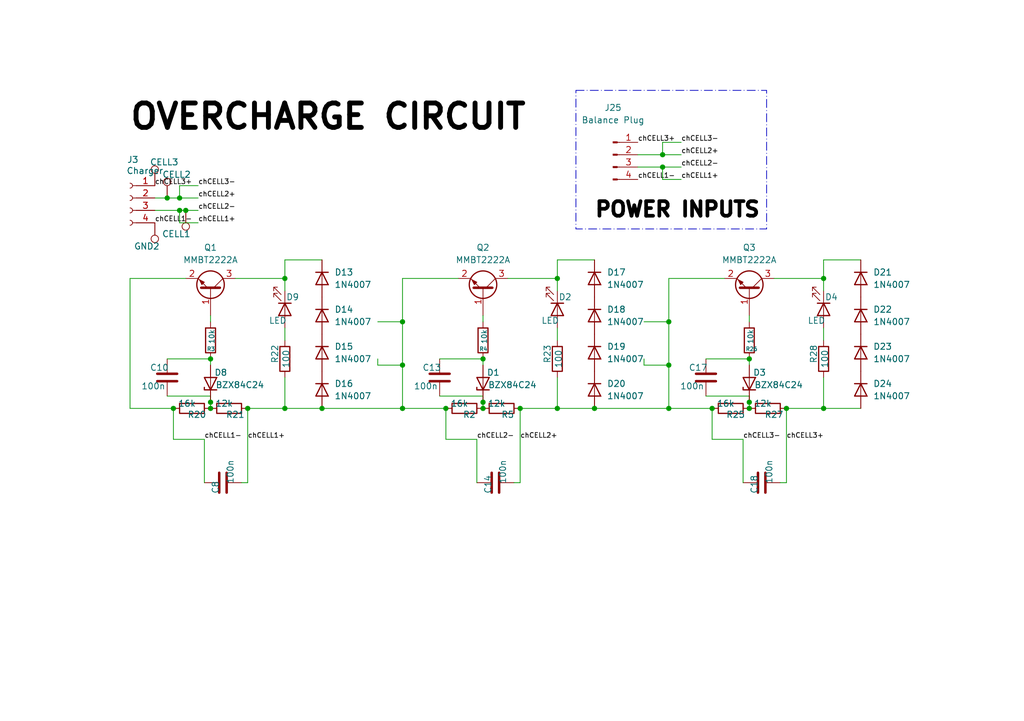
<source format=kicad_sch>
(kicad_sch
	(version 20231120)
	(generator "eeschema")
	(generator_version "8.0")
	(uuid "8bf6f162-a6a7-46fc-8123-3e1dfefc18a7")
	(paper "A5")
	(lib_symbols
		(symbol "Connector:Conn_01x04_Pin"
			(pin_names
				(offset 1.016) hide)
			(exclude_from_sim no)
			(in_bom yes)
			(on_board yes)
			(property "Reference" "J"
				(at 0 5.08 0)
				(effects
					(font
						(size 1.27 1.27)
					)
				)
			)
			(property "Value" "Conn_01x04_Pin"
				(at 0 -7.62 0)
				(effects
					(font
						(size 1.27 1.27)
					)
				)
			)
			(property "Footprint" ""
				(at 0 0 0)
				(effects
					(font
						(size 1.27 1.27)
					)
					(hide yes)
				)
			)
			(property "Datasheet" "~"
				(at 0 0 0)
				(effects
					(font
						(size 1.27 1.27)
					)
					(hide yes)
				)
			)
			(property "Description" "Generic connector, single row, 01x04, script generated"
				(at 0 0 0)
				(effects
					(font
						(size 1.27 1.27)
					)
					(hide yes)
				)
			)
			(property "ki_locked" ""
				(at 0 0 0)
				(effects
					(font
						(size 1.27 1.27)
					)
				)
			)
			(property "ki_keywords" "connector"
				(at 0 0 0)
				(effects
					(font
						(size 1.27 1.27)
					)
					(hide yes)
				)
			)
			(property "ki_fp_filters" "Connector*:*_1x??_*"
				(at 0 0 0)
				(effects
					(font
						(size 1.27 1.27)
					)
					(hide yes)
				)
			)
			(symbol "Conn_01x04_Pin_1_1"
				(polyline
					(pts
						(xy 1.27 -5.08) (xy 0.8636 -5.08)
					)
					(stroke
						(width 0.1524)
						(type default)
					)
					(fill
						(type none)
					)
				)
				(polyline
					(pts
						(xy 1.27 -2.54) (xy 0.8636 -2.54)
					)
					(stroke
						(width 0.1524)
						(type default)
					)
					(fill
						(type none)
					)
				)
				(polyline
					(pts
						(xy 1.27 0) (xy 0.8636 0)
					)
					(stroke
						(width 0.1524)
						(type default)
					)
					(fill
						(type none)
					)
				)
				(polyline
					(pts
						(xy 1.27 2.54) (xy 0.8636 2.54)
					)
					(stroke
						(width 0.1524)
						(type default)
					)
					(fill
						(type none)
					)
				)
				(rectangle
					(start 0.8636 -4.953)
					(end 0 -5.207)
					(stroke
						(width 0.1524)
						(type default)
					)
					(fill
						(type outline)
					)
				)
				(rectangle
					(start 0.8636 -2.413)
					(end 0 -2.667)
					(stroke
						(width 0.1524)
						(type default)
					)
					(fill
						(type outline)
					)
				)
				(rectangle
					(start 0.8636 0.127)
					(end 0 -0.127)
					(stroke
						(width 0.1524)
						(type default)
					)
					(fill
						(type outline)
					)
				)
				(rectangle
					(start 0.8636 2.667)
					(end 0 2.413)
					(stroke
						(width 0.1524)
						(type default)
					)
					(fill
						(type outline)
					)
				)
				(pin passive line
					(at 5.08 2.54 180)
					(length 3.81)
					(name "Pin_1"
						(effects
							(font
								(size 1.27 1.27)
							)
						)
					)
					(number "1"
						(effects
							(font
								(size 1.27 1.27)
							)
						)
					)
				)
				(pin passive line
					(at 5.08 0 180)
					(length 3.81)
					(name "Pin_2"
						(effects
							(font
								(size 1.27 1.27)
							)
						)
					)
					(number "2"
						(effects
							(font
								(size 1.27 1.27)
							)
						)
					)
				)
				(pin passive line
					(at 5.08 -2.54 180)
					(length 3.81)
					(name "Pin_3"
						(effects
							(font
								(size 1.27 1.27)
							)
						)
					)
					(number "3"
						(effects
							(font
								(size 1.27 1.27)
							)
						)
					)
				)
				(pin passive line
					(at 5.08 -5.08 180)
					(length 3.81)
					(name "Pin_4"
						(effects
							(font
								(size 1.27 1.27)
							)
						)
					)
					(number "4"
						(effects
							(font
								(size 1.27 1.27)
							)
						)
					)
				)
			)
		)
		(symbol "Connector:Conn_01x04_Socket"
			(pin_names
				(offset 1.016) hide)
			(exclude_from_sim no)
			(in_bom yes)
			(on_board yes)
			(property "Reference" "J"
				(at 0 5.08 0)
				(effects
					(font
						(size 1.27 1.27)
					)
				)
			)
			(property "Value" "Conn_01x04_Socket"
				(at 0 -7.62 0)
				(effects
					(font
						(size 1.27 1.27)
					)
				)
			)
			(property "Footprint" ""
				(at 0 0 0)
				(effects
					(font
						(size 1.27 1.27)
					)
					(hide yes)
				)
			)
			(property "Datasheet" "~"
				(at 0 0 0)
				(effects
					(font
						(size 1.27 1.27)
					)
					(hide yes)
				)
			)
			(property "Description" "Generic connector, single row, 01x04, script generated"
				(at 0 0 0)
				(effects
					(font
						(size 1.27 1.27)
					)
					(hide yes)
				)
			)
			(property "ki_locked" ""
				(at 0 0 0)
				(effects
					(font
						(size 1.27 1.27)
					)
				)
			)
			(property "ki_keywords" "connector"
				(at 0 0 0)
				(effects
					(font
						(size 1.27 1.27)
					)
					(hide yes)
				)
			)
			(property "ki_fp_filters" "Connector*:*_1x??_*"
				(at 0 0 0)
				(effects
					(font
						(size 1.27 1.27)
					)
					(hide yes)
				)
			)
			(symbol "Conn_01x04_Socket_1_1"
				(arc
					(start 0 -4.572)
					(mid -0.5058 -5.08)
					(end 0 -5.588)
					(stroke
						(width 0.1524)
						(type default)
					)
					(fill
						(type none)
					)
				)
				(arc
					(start 0 -2.032)
					(mid -0.5058 -2.54)
					(end 0 -3.048)
					(stroke
						(width 0.1524)
						(type default)
					)
					(fill
						(type none)
					)
				)
				(polyline
					(pts
						(xy -1.27 -5.08) (xy -0.508 -5.08)
					)
					(stroke
						(width 0.1524)
						(type default)
					)
					(fill
						(type none)
					)
				)
				(polyline
					(pts
						(xy -1.27 -2.54) (xy -0.508 -2.54)
					)
					(stroke
						(width 0.1524)
						(type default)
					)
					(fill
						(type none)
					)
				)
				(polyline
					(pts
						(xy -1.27 0) (xy -0.508 0)
					)
					(stroke
						(width 0.1524)
						(type default)
					)
					(fill
						(type none)
					)
				)
				(polyline
					(pts
						(xy -1.27 2.54) (xy -0.508 2.54)
					)
					(stroke
						(width 0.1524)
						(type default)
					)
					(fill
						(type none)
					)
				)
				(arc
					(start 0 0.508)
					(mid -0.5058 0)
					(end 0 -0.508)
					(stroke
						(width 0.1524)
						(type default)
					)
					(fill
						(type none)
					)
				)
				(arc
					(start 0 3.048)
					(mid -0.5058 2.54)
					(end 0 2.032)
					(stroke
						(width 0.1524)
						(type default)
					)
					(fill
						(type none)
					)
				)
				(pin passive line
					(at -5.08 2.54 0)
					(length 3.81)
					(name "Pin_1"
						(effects
							(font
								(size 1.27 1.27)
							)
						)
					)
					(number "1"
						(effects
							(font
								(size 1.27 1.27)
							)
						)
					)
				)
				(pin passive line
					(at -5.08 0 0)
					(length 3.81)
					(name "Pin_2"
						(effects
							(font
								(size 1.27 1.27)
							)
						)
					)
					(number "2"
						(effects
							(font
								(size 1.27 1.27)
							)
						)
					)
				)
				(pin passive line
					(at -5.08 -2.54 0)
					(length 3.81)
					(name "Pin_3"
						(effects
							(font
								(size 1.27 1.27)
							)
						)
					)
					(number "3"
						(effects
							(font
								(size 1.27 1.27)
							)
						)
					)
				)
				(pin passive line
					(at -5.08 -5.08 0)
					(length 3.81)
					(name "Pin_4"
						(effects
							(font
								(size 1.27 1.27)
							)
						)
					)
					(number "4"
						(effects
							(font
								(size 1.27 1.27)
							)
						)
					)
				)
			)
		)
		(symbol "Connector:TestPoint"
			(pin_numbers hide)
			(pin_names
				(offset 0.762) hide)
			(exclude_from_sim no)
			(in_bom yes)
			(on_board yes)
			(property "Reference" "TP"
				(at 0 6.858 0)
				(effects
					(font
						(size 1.27 1.27)
					)
				)
			)
			(property "Value" "TestPoint"
				(at 0 5.08 0)
				(effects
					(font
						(size 1.27 1.27)
					)
				)
			)
			(property "Footprint" ""
				(at 5.08 0 0)
				(effects
					(font
						(size 1.27 1.27)
					)
					(hide yes)
				)
			)
			(property "Datasheet" "~"
				(at 5.08 0 0)
				(effects
					(font
						(size 1.27 1.27)
					)
					(hide yes)
				)
			)
			(property "Description" "test point"
				(at 0 0 0)
				(effects
					(font
						(size 1.27 1.27)
					)
					(hide yes)
				)
			)
			(property "ki_keywords" "test point tp"
				(at 0 0 0)
				(effects
					(font
						(size 1.27 1.27)
					)
					(hide yes)
				)
			)
			(property "ki_fp_filters" "Pin* Test*"
				(at 0 0 0)
				(effects
					(font
						(size 1.27 1.27)
					)
					(hide yes)
				)
			)
			(symbol "TestPoint_0_1"
				(circle
					(center 0 3.302)
					(radius 0.762)
					(stroke
						(width 0)
						(type default)
					)
					(fill
						(type none)
					)
				)
			)
			(symbol "TestPoint_1_1"
				(pin passive line
					(at 0 0 90)
					(length 2.54)
					(name "1"
						(effects
							(font
								(size 1.27 1.27)
							)
						)
					)
					(number "1"
						(effects
							(font
								(size 1.27 1.27)
							)
						)
					)
				)
			)
		)
		(symbol "Device:C"
			(pin_numbers hide)
			(pin_names
				(offset 0.254)
			)
			(exclude_from_sim no)
			(in_bom yes)
			(on_board yes)
			(property "Reference" "C"
				(at 0.635 2.54 0)
				(effects
					(font
						(size 1.27 1.27)
					)
					(justify left)
				)
			)
			(property "Value" "C"
				(at 0.635 -2.54 0)
				(effects
					(font
						(size 1.27 1.27)
					)
					(justify left)
				)
			)
			(property "Footprint" ""
				(at 0.9652 -3.81 0)
				(effects
					(font
						(size 1.27 1.27)
					)
					(hide yes)
				)
			)
			(property "Datasheet" "~"
				(at 0 0 0)
				(effects
					(font
						(size 1.27 1.27)
					)
					(hide yes)
				)
			)
			(property "Description" "Unpolarized capacitor"
				(at 0 0 0)
				(effects
					(font
						(size 1.27 1.27)
					)
					(hide yes)
				)
			)
			(property "ki_keywords" "cap capacitor"
				(at 0 0 0)
				(effects
					(font
						(size 1.27 1.27)
					)
					(hide yes)
				)
			)
			(property "ki_fp_filters" "C_*"
				(at 0 0 0)
				(effects
					(font
						(size 1.27 1.27)
					)
					(hide yes)
				)
			)
			(symbol "C_0_1"
				(polyline
					(pts
						(xy -2.032 -0.762) (xy 2.032 -0.762)
					)
					(stroke
						(width 0.508)
						(type default)
					)
					(fill
						(type none)
					)
				)
				(polyline
					(pts
						(xy -2.032 0.762) (xy 2.032 0.762)
					)
					(stroke
						(width 0.508)
						(type default)
					)
					(fill
						(type none)
					)
				)
			)
			(symbol "C_1_1"
				(pin passive line
					(at 0 3.81 270)
					(length 2.794)
					(name "~"
						(effects
							(font
								(size 1.27 1.27)
							)
						)
					)
					(number "1"
						(effects
							(font
								(size 1.27 1.27)
							)
						)
					)
				)
				(pin passive line
					(at 0 -3.81 90)
					(length 2.794)
					(name "~"
						(effects
							(font
								(size 1.27 1.27)
							)
						)
					)
					(number "2"
						(effects
							(font
								(size 1.27 1.27)
							)
						)
					)
				)
			)
		)
		(symbol "Device:LED"
			(pin_numbers hide)
			(pin_names
				(offset 1.016) hide)
			(exclude_from_sim no)
			(in_bom yes)
			(on_board yes)
			(property "Reference" "D"
				(at 0 2.54 0)
				(effects
					(font
						(size 1.27 1.27)
					)
				)
			)
			(property "Value" "LED"
				(at 0 -2.54 0)
				(effects
					(font
						(size 1.27 1.27)
					)
				)
			)
			(property "Footprint" ""
				(at 0 0 0)
				(effects
					(font
						(size 1.27 1.27)
					)
					(hide yes)
				)
			)
			(property "Datasheet" "~"
				(at 0 0 0)
				(effects
					(font
						(size 1.27 1.27)
					)
					(hide yes)
				)
			)
			(property "Description" "Light emitting diode"
				(at 0 0 0)
				(effects
					(font
						(size 1.27 1.27)
					)
					(hide yes)
				)
			)
			(property "ki_keywords" "LED diode"
				(at 0 0 0)
				(effects
					(font
						(size 1.27 1.27)
					)
					(hide yes)
				)
			)
			(property "ki_fp_filters" "LED* LED_SMD:* LED_THT:*"
				(at 0 0 0)
				(effects
					(font
						(size 1.27 1.27)
					)
					(hide yes)
				)
			)
			(symbol "LED_0_1"
				(polyline
					(pts
						(xy -1.27 -1.27) (xy -1.27 1.27)
					)
					(stroke
						(width 0.254)
						(type default)
					)
					(fill
						(type none)
					)
				)
				(polyline
					(pts
						(xy -1.27 0) (xy 1.27 0)
					)
					(stroke
						(width 0)
						(type default)
					)
					(fill
						(type none)
					)
				)
				(polyline
					(pts
						(xy 1.27 -1.27) (xy 1.27 1.27) (xy -1.27 0) (xy 1.27 -1.27)
					)
					(stroke
						(width 0.254)
						(type default)
					)
					(fill
						(type none)
					)
				)
				(polyline
					(pts
						(xy -3.048 -0.762) (xy -4.572 -2.286) (xy -3.81 -2.286) (xy -4.572 -2.286) (xy -4.572 -1.524)
					)
					(stroke
						(width 0)
						(type default)
					)
					(fill
						(type none)
					)
				)
				(polyline
					(pts
						(xy -1.778 -0.762) (xy -3.302 -2.286) (xy -2.54 -2.286) (xy -3.302 -2.286) (xy -3.302 -1.524)
					)
					(stroke
						(width 0)
						(type default)
					)
					(fill
						(type none)
					)
				)
			)
			(symbol "LED_1_1"
				(pin passive line
					(at -3.81 0 0)
					(length 2.54)
					(name "K"
						(effects
							(font
								(size 1.27 1.27)
							)
						)
					)
					(number "1"
						(effects
							(font
								(size 1.27 1.27)
							)
						)
					)
				)
				(pin passive line
					(at 3.81 0 180)
					(length 2.54)
					(name "A"
						(effects
							(font
								(size 1.27 1.27)
							)
						)
					)
					(number "2"
						(effects
							(font
								(size 1.27 1.27)
							)
						)
					)
				)
			)
		)
		(symbol "Device:R"
			(pin_numbers hide)
			(pin_names
				(offset 0)
			)
			(exclude_from_sim no)
			(in_bom yes)
			(on_board yes)
			(property "Reference" "R"
				(at 2.032 0 90)
				(effects
					(font
						(size 1.27 1.27)
					)
				)
			)
			(property "Value" "R"
				(at 0 0 90)
				(effects
					(font
						(size 1.27 1.27)
					)
				)
			)
			(property "Footprint" ""
				(at -1.778 0 90)
				(effects
					(font
						(size 1.27 1.27)
					)
					(hide yes)
				)
			)
			(property "Datasheet" "~"
				(at 0 0 0)
				(effects
					(font
						(size 1.27 1.27)
					)
					(hide yes)
				)
			)
			(property "Description" "Resistor"
				(at 0 0 0)
				(effects
					(font
						(size 1.27 1.27)
					)
					(hide yes)
				)
			)
			(property "ki_keywords" "R res resistor"
				(at 0 0 0)
				(effects
					(font
						(size 1.27 1.27)
					)
					(hide yes)
				)
			)
			(property "ki_fp_filters" "R_*"
				(at 0 0 0)
				(effects
					(font
						(size 1.27 1.27)
					)
					(hide yes)
				)
			)
			(symbol "R_0_1"
				(rectangle
					(start -1.016 -2.54)
					(end 1.016 2.54)
					(stroke
						(width 0.254)
						(type default)
					)
					(fill
						(type none)
					)
				)
			)
			(symbol "R_1_1"
				(pin passive line
					(at 0 3.81 270)
					(length 1.27)
					(name "~"
						(effects
							(font
								(size 1.27 1.27)
							)
						)
					)
					(number "1"
						(effects
							(font
								(size 1.27 1.27)
							)
						)
					)
				)
				(pin passive line
					(at 0 -3.81 90)
					(length 1.27)
					(name "~"
						(effects
							(font
								(size 1.27 1.27)
							)
						)
					)
					(number "2"
						(effects
							(font
								(size 1.27 1.27)
							)
						)
					)
				)
			)
		)
		(symbol "Diode:1N4007"
			(pin_numbers hide)
			(pin_names hide)
			(exclude_from_sim no)
			(in_bom yes)
			(on_board yes)
			(property "Reference" "D"
				(at 0 2.54 0)
				(effects
					(font
						(size 1.27 1.27)
					)
				)
			)
			(property "Value" "1N4007"
				(at 0 -2.54 0)
				(effects
					(font
						(size 1.27 1.27)
					)
				)
			)
			(property "Footprint" "Diode_THT:D_DO-41_SOD81_P10.16mm_Horizontal"
				(at 0 -4.445 0)
				(effects
					(font
						(size 1.27 1.27)
					)
					(hide yes)
				)
			)
			(property "Datasheet" "http://www.vishay.com/docs/88503/1n4001.pdf"
				(at 0 0 0)
				(effects
					(font
						(size 1.27 1.27)
					)
					(hide yes)
				)
			)
			(property "Description" "1000V 1A General Purpose Rectifier Diode, DO-41"
				(at 0 0 0)
				(effects
					(font
						(size 1.27 1.27)
					)
					(hide yes)
				)
			)
			(property "Sim.Device" "D"
				(at 0 0 0)
				(effects
					(font
						(size 1.27 1.27)
					)
					(hide yes)
				)
			)
			(property "Sim.Pins" "1=K 2=A"
				(at 0 0 0)
				(effects
					(font
						(size 1.27 1.27)
					)
					(hide yes)
				)
			)
			(property "ki_keywords" "diode"
				(at 0 0 0)
				(effects
					(font
						(size 1.27 1.27)
					)
					(hide yes)
				)
			)
			(property "ki_fp_filters" "D*DO?41*"
				(at 0 0 0)
				(effects
					(font
						(size 1.27 1.27)
					)
					(hide yes)
				)
			)
			(symbol "1N4007_0_1"
				(polyline
					(pts
						(xy -1.27 1.27) (xy -1.27 -1.27)
					)
					(stroke
						(width 0.254)
						(type default)
					)
					(fill
						(type none)
					)
				)
				(polyline
					(pts
						(xy 1.27 0) (xy -1.27 0)
					)
					(stroke
						(width 0)
						(type default)
					)
					(fill
						(type none)
					)
				)
				(polyline
					(pts
						(xy 1.27 1.27) (xy 1.27 -1.27) (xy -1.27 0) (xy 1.27 1.27)
					)
					(stroke
						(width 0.254)
						(type default)
					)
					(fill
						(type none)
					)
				)
			)
			(symbol "1N4007_1_1"
				(pin passive line
					(at -3.81 0 0)
					(length 2.54)
					(name "K"
						(effects
							(font
								(size 1.27 1.27)
							)
						)
					)
					(number "1"
						(effects
							(font
								(size 1.27 1.27)
							)
						)
					)
				)
				(pin passive line
					(at 3.81 0 180)
					(length 2.54)
					(name "A"
						(effects
							(font
								(size 1.27 1.27)
							)
						)
					)
					(number "2"
						(effects
							(font
								(size 1.27 1.27)
							)
						)
					)
				)
			)
		)
		(symbol "Diode:BZX84Cxx"
			(pin_numbers hide)
			(pin_names hide)
			(exclude_from_sim no)
			(in_bom yes)
			(on_board yes)
			(property "Reference" "D"
				(at 0 3.81 0)
				(effects
					(font
						(size 1.27 1.27)
					)
				)
			)
			(property "Value" "BZX84Cxx"
				(at 0 -3.81 0)
				(effects
					(font
						(size 1.27 1.27)
					)
				)
			)
			(property "Footprint" "Package_TO_SOT_SMD:SOT-23"
				(at 0 0 0)
				(effects
					(font
						(size 1.27 1.27)
					)
					(hide yes)
				)
			)
			(property "Datasheet" "https://diotec.com/tl_files/diotec/files/pdf/datasheets/bzx84c2v4.pdf"
				(at 0 0 0)
				(effects
					(font
						(size 1.27 1.27)
					)
					(hide yes)
				)
			)
			(property "Description" "300mW Zener Diode, SOT-23"
				(at 0 0 0)
				(effects
					(font
						(size 1.27 1.27)
					)
					(hide yes)
				)
			)
			(property "ki_keywords" "zener diode"
				(at 0 0 0)
				(effects
					(font
						(size 1.27 1.27)
					)
					(hide yes)
				)
			)
			(property "ki_fp_filters" "SOT?23*"
				(at 0 0 0)
				(effects
					(font
						(size 1.27 1.27)
					)
					(hide yes)
				)
			)
			(symbol "BZX84Cxx_0_1"
				(polyline
					(pts
						(xy 1.27 0) (xy -1.27 0)
					)
					(stroke
						(width 0)
						(type default)
					)
					(fill
						(type none)
					)
				)
				(polyline
					(pts
						(xy -1.27 -1.27) (xy -1.27 1.27) (xy -0.762 1.27)
					)
					(stroke
						(width 0.254)
						(type default)
					)
					(fill
						(type none)
					)
				)
				(polyline
					(pts
						(xy 1.27 -1.27) (xy 1.27 1.27) (xy -1.27 0) (xy 1.27 -1.27)
					)
					(stroke
						(width 0.254)
						(type default)
					)
					(fill
						(type none)
					)
				)
			)
			(symbol "BZX84Cxx_1_1"
				(pin passive line
					(at 3.81 0 180)
					(length 2.54)
					(name "A"
						(effects
							(font
								(size 1.27 1.27)
							)
						)
					)
					(number "1"
						(effects
							(font
								(size 1.27 1.27)
							)
						)
					)
				)
				(pin no_connect line
					(at 1.27 0 180)
					(length 2.54) hide
					(name "NC"
						(effects
							(font
								(size 1.27 1.27)
							)
						)
					)
					(number "2"
						(effects
							(font
								(size 1.27 1.27)
							)
						)
					)
				)
				(pin passive line
					(at -3.81 0 0)
					(length 2.54)
					(name "K"
						(effects
							(font
								(size 1.27 1.27)
							)
						)
					)
					(number "3"
						(effects
							(font
								(size 1.27 1.27)
							)
						)
					)
				)
			)
		)
		(symbol "Transistor_BJT:MMBT2222A"
			(pin_names
				(offset 0) hide)
			(exclude_from_sim no)
			(in_bom yes)
			(on_board yes)
			(property "Reference" "Q"
				(at 5.08 1.905 0)
				(effects
					(font
						(size 1.27 1.27)
					)
					(justify left)
				)
			)
			(property "Value" "MMBT2222A"
				(at 5.08 0 0)
				(effects
					(font
						(size 1.27 1.27)
					)
					(justify left)
				)
			)
			(property "Footprint" "Package_TO_SOT_SMD:SOT-23"
				(at 5.08 -1.905 0)
				(effects
					(font
						(size 1.27 1.27)
						(italic yes)
					)
					(justify left)
					(hide yes)
				)
			)
			(property "Datasheet" "https://assets.nexperia.com/documents/data-sheet/MMBT2222A.pdf"
				(at 0 0 0)
				(effects
					(font
						(size 1.27 1.27)
					)
					(justify left)
					(hide yes)
				)
			)
			(property "Description" "600mA Ic, 40V Vce, NPN Transistor, SOT-23"
				(at 0 0 0)
				(effects
					(font
						(size 1.27 1.27)
					)
					(hide yes)
				)
			)
			(property "ki_keywords" "NPN Transistor"
				(at 0 0 0)
				(effects
					(font
						(size 1.27 1.27)
					)
					(hide yes)
				)
			)
			(property "ki_fp_filters" "SOT?23*"
				(at 0 0 0)
				(effects
					(font
						(size 1.27 1.27)
					)
					(hide yes)
				)
			)
			(symbol "MMBT2222A_0_1"
				(polyline
					(pts
						(xy 0.635 0.635) (xy 2.54 2.54)
					)
					(stroke
						(width 0)
						(type default)
					)
					(fill
						(type none)
					)
				)
				(polyline
					(pts
						(xy 0.635 -0.635) (xy 2.54 -2.54) (xy 2.54 -2.54)
					)
					(stroke
						(width 0)
						(type default)
					)
					(fill
						(type none)
					)
				)
				(polyline
					(pts
						(xy 0.635 1.905) (xy 0.635 -1.905) (xy 0.635 -1.905)
					)
					(stroke
						(width 0.508)
						(type default)
					)
					(fill
						(type none)
					)
				)
				(polyline
					(pts
						(xy 1.27 -1.778) (xy 1.778 -1.27) (xy 2.286 -2.286) (xy 1.27 -1.778) (xy 1.27 -1.778)
					)
					(stroke
						(width 0)
						(type default)
					)
					(fill
						(type outline)
					)
				)
				(circle
					(center 1.27 0)
					(radius 2.8194)
					(stroke
						(width 0.254)
						(type default)
					)
					(fill
						(type none)
					)
				)
			)
			(symbol "MMBT2222A_1_1"
				(pin input line
					(at -5.08 0 0)
					(length 5.715)
					(name "B"
						(effects
							(font
								(size 1.27 1.27)
							)
						)
					)
					(number "1"
						(effects
							(font
								(size 1.27 1.27)
							)
						)
					)
				)
				(pin passive line
					(at 2.54 -5.08 90)
					(length 2.54)
					(name "E"
						(effects
							(font
								(size 1.27 1.27)
							)
						)
					)
					(number "2"
						(effects
							(font
								(size 1.27 1.27)
							)
						)
					)
				)
				(pin passive line
					(at 2.54 5.08 270)
					(length 2.54)
					(name "C"
						(effects
							(font
								(size 1.27 1.27)
							)
						)
					)
					(number "3"
						(effects
							(font
								(size 1.27 1.27)
							)
						)
					)
				)
			)
		)
	)
	(junction
		(at 91.44 83.82)
		(diameter 0)
		(color 0 0 0 0)
		(uuid "04248f0b-1bf6-462b-a976-d14f15f1987c")
	)
	(junction
		(at 121.92 83.82)
		(diameter 0)
		(color 0 0 0 0)
		(uuid "0526e333-603b-4f81-b0d2-7225c6a36bab")
	)
	(junction
		(at 58.42 83.82)
		(diameter 0)
		(color 0 0 0 0)
		(uuid "0f1e1dad-e3a1-4335-9f66-01574619ecad")
	)
	(junction
		(at 137.16 83.82)
		(diameter 0)
		(color 0 0 0 0)
		(uuid "126e1912-5356-4d50-a265-895daec6e841")
	)
	(junction
		(at 99.06 73.66)
		(diameter 0)
		(color 0 0 0 0)
		(uuid "13bd90cf-c4eb-44cc-b348-bc6e9fb2e85b")
	)
	(junction
		(at 82.55 83.82)
		(diameter 0)
		(color 0 0 0 0)
		(uuid "1475e50e-1f5f-4d72-8fe2-1950232e025e")
	)
	(junction
		(at 99.06 83.82)
		(diameter 0)
		(color 0 0 0 0)
		(uuid "161b53cf-7f24-4836-95b0-bc8e5d3cd4f4")
	)
	(junction
		(at 82.55 66.04)
		(diameter 0)
		(color 0 0 0 0)
		(uuid "19ab1749-ce5e-420f-88ca-8dd4cab1e3e7")
	)
	(junction
		(at 35.56 83.82)
		(diameter 0)
		(color 0 0 0 0)
		(uuid "48aae150-365d-4e9a-b68f-cb7c3c871916")
	)
	(junction
		(at 114.3 57.15)
		(diameter 0)
		(color 0 0 0 0)
		(uuid "4b0d5e65-4903-49e6-b07b-1b089e65c7f6")
	)
	(junction
		(at 38.1 43.18)
		(diameter 0)
		(color 0 0 0 0)
		(uuid "50f21d7a-6582-4990-92fd-5a76abb2bcf7")
	)
	(junction
		(at 146.05 83.82)
		(diameter 0)
		(color 0 0 0 0)
		(uuid "5a0884b4-d017-4e20-a841-5caed3544a7b")
	)
	(junction
		(at 153.67 73.66)
		(diameter 0)
		(color 0 0 0 0)
		(uuid "66491493-6f2e-43e0-9533-62cf0c0e765a")
	)
	(junction
		(at 168.91 57.15)
		(diameter 0)
		(color 0 0 0 0)
		(uuid "6b640790-11de-403e-8ee0-9c1157679414")
	)
	(junction
		(at 43.18 83.82)
		(diameter 0)
		(color 0 0 0 0)
		(uuid "7b448096-91c2-4302-b6ef-074a61cabcee")
	)
	(junction
		(at 66.04 83.82)
		(diameter 0)
		(color 0 0 0 0)
		(uuid "8a30df87-e37e-4e83-8d6e-0f2ac6a8c76c")
	)
	(junction
		(at 114.3 83.82)
		(diameter 0)
		(color 0 0 0 0)
		(uuid "97655814-bac0-43e1-801f-9f43fe3f7f3e")
	)
	(junction
		(at 106.68 83.82)
		(diameter 0)
		(color 0 0 0 0)
		(uuid "a0099636-ddc9-4710-8554-58a6c8cd4b6f")
	)
	(junction
		(at 135.89 31.75)
		(diameter 0)
		(color 0 0 0 0)
		(uuid "a0c3ccd7-a7b3-4d7f-97d8-b297cd0f1146")
	)
	(junction
		(at 34.29 40.64)
		(diameter 0)
		(color 0 0 0 0)
		(uuid "af9a6dc1-dc3b-4d3e-be94-bbe48e96377e")
	)
	(junction
		(at 135.89 34.29)
		(diameter 0)
		(color 0 0 0 0)
		(uuid "b42b5f84-f064-4ad6-8a97-426f31893543")
	)
	(junction
		(at 58.42 57.15)
		(diameter 0)
		(color 0 0 0 0)
		(uuid "cc192128-a043-41a3-b600-a48575126a7a")
	)
	(junction
		(at 137.16 74.93)
		(diameter 0)
		(color 0 0 0 0)
		(uuid "cfe972b4-d461-417f-9813-dbda7c5d394d")
	)
	(junction
		(at 168.91 83.82)
		(diameter 0)
		(color 0 0 0 0)
		(uuid "d1ec7b27-2731-4130-9011-db5775093b6c")
	)
	(junction
		(at 82.55 74.93)
		(diameter 0)
		(color 0 0 0 0)
		(uuid "d2c94c79-8d77-4a33-b19f-50952a681bb6")
	)
	(junction
		(at 99.06 82.55)
		(diameter 0)
		(color 0 0 0 0)
		(uuid "d7ce50cf-219a-424c-b860-e8a4628ddae3")
	)
	(junction
		(at 36.83 43.18)
		(diameter 0)
		(color 0 0 0 0)
		(uuid "dcfdeeae-ef29-435d-ba67-80feb8edf77e")
	)
	(junction
		(at 137.16 66.04)
		(diameter 0)
		(color 0 0 0 0)
		(uuid "dd2607f8-8fe9-46ad-8163-4ea91c2f6773")
	)
	(junction
		(at 161.29 83.82)
		(diameter 0)
		(color 0 0 0 0)
		(uuid "e1bf31d0-7a31-4be1-9a24-6bad7749b2ea")
	)
	(junction
		(at 50.8 83.82)
		(diameter 0)
		(color 0 0 0 0)
		(uuid "e2d82f8a-3602-43ac-b678-a6b212bbe0d7")
	)
	(junction
		(at 153.67 82.55)
		(diameter 0)
		(color 0 0 0 0)
		(uuid "e6586447-87d5-41d1-9de9-b6eec8459d6d")
	)
	(junction
		(at 36.83 40.64)
		(diameter 0)
		(color 0 0 0 0)
		(uuid "f61a55f5-c30c-4dd1-8367-13e1314ab554")
	)
	(junction
		(at 153.67 83.82)
		(diameter 0)
		(color 0 0 0 0)
		(uuid "f635930f-ec20-41e3-9fdb-2bc5c0690a1a")
	)
	(junction
		(at 43.18 82.55)
		(diameter 0)
		(color 0 0 0 0)
		(uuid "f74bd928-b3c3-4cb3-982b-7ecf01c32231")
	)
	(junction
		(at 43.18 73.66)
		(diameter 0)
		(color 0 0 0 0)
		(uuid "f7a017f5-03ee-432f-a5d2-0ab6149ca34e")
	)
	(wire
		(pts
			(xy 114.3 83.82) (xy 121.92 83.82)
		)
		(stroke
			(width 0)
			(type default)
		)
		(uuid "070d0fb7-1045-42c4-abc9-360bcfa57bc8")
	)
	(wire
		(pts
			(xy 144.78 73.66) (xy 153.67 73.66)
		)
		(stroke
			(width 0)
			(type default)
		)
		(uuid "08d94a19-49da-4e0b-b336-14303ff7a23a")
	)
	(wire
		(pts
			(xy 130.81 34.29) (xy 135.89 34.29)
		)
		(stroke
			(width 0)
			(type default)
		)
		(uuid "0c755f74-5f54-4d24-b75a-8808644597cc")
	)
	(wire
		(pts
			(xy 90.17 81.28) (xy 99.06 81.28)
		)
		(stroke
			(width 0)
			(type default)
		)
		(uuid "0daf3495-c49a-4014-a4db-e296c4f50ae4")
	)
	(wire
		(pts
			(xy 135.89 29.21) (xy 135.89 31.75)
		)
		(stroke
			(width 0)
			(type default)
		)
		(uuid "0ed38584-6149-4679-828c-6c2bf650474e")
	)
	(wire
		(pts
			(xy 168.91 83.82) (xy 176.53 83.82)
		)
		(stroke
			(width 0)
			(type default)
		)
		(uuid "0f3a49c3-2542-4d84-b7fe-18c9de7cee95")
	)
	(wire
		(pts
			(xy 135.89 31.75) (xy 139.7 31.75)
		)
		(stroke
			(width 0)
			(type default)
		)
		(uuid "0fdc95eb-f3a5-4058-9c5e-915a146a5c47")
	)
	(wire
		(pts
			(xy 144.78 81.28) (xy 153.67 81.28)
		)
		(stroke
			(width 0)
			(type default)
		)
		(uuid "109ef247-0fc7-4766-8381-b3a5f4e53b3c")
	)
	(wire
		(pts
			(xy 137.16 57.15) (xy 137.16 66.04)
		)
		(stroke
			(width 0)
			(type default)
		)
		(uuid "1fc479f3-1e0d-4d7d-a90b-10d24f29c18a")
	)
	(wire
		(pts
			(xy 82.55 57.15) (xy 82.55 66.04)
		)
		(stroke
			(width 0)
			(type default)
		)
		(uuid "27df73dd-cb1e-4993-87e6-b0e4b4228afd")
	)
	(wire
		(pts
			(xy 135.89 34.29) (xy 139.7 34.29)
		)
		(stroke
			(width 0)
			(type default)
		)
		(uuid "2a7fded0-5541-4048-9b8a-fe9e2fc9677c")
	)
	(wire
		(pts
			(xy 153.67 82.55) (xy 153.67 83.82)
		)
		(stroke
			(width 0)
			(type default)
		)
		(uuid "2ccde08b-1ce3-4ac5-8901-ddb508f23189")
	)
	(wire
		(pts
			(xy 48.26 57.15) (xy 58.42 57.15)
		)
		(stroke
			(width 0)
			(type default)
		)
		(uuid "2da437bb-e1b0-4481-9596-862c8d7e06f6")
	)
	(wire
		(pts
			(xy 91.44 90.17) (xy 91.44 83.82)
		)
		(stroke
			(width 0)
			(type default)
		)
		(uuid "30105ac3-2ba1-4852-81f2-ba7d2dbfc2b6")
	)
	(wire
		(pts
			(xy 106.68 83.82) (xy 114.3 83.82)
		)
		(stroke
			(width 0)
			(type default)
		)
		(uuid "31625576-9caf-413f-b20d-56f511a5a83d")
	)
	(wire
		(pts
			(xy 50.8 83.82) (xy 58.42 83.82)
		)
		(stroke
			(width 0)
			(type default)
		)
		(uuid "3352a4df-220a-4ef0-b35e-4fb3ec4bf886")
	)
	(wire
		(pts
			(xy 66.04 83.82) (xy 82.55 83.82)
		)
		(stroke
			(width 0)
			(type default)
		)
		(uuid "3516d8f0-a6f4-46ce-8f13-ac67c83e365a")
	)
	(wire
		(pts
			(xy 152.4 90.17) (xy 146.05 90.17)
		)
		(stroke
			(width 0)
			(type default)
		)
		(uuid "36fc1a4e-2012-44ff-9ce3-c7a4150fae10")
	)
	(wire
		(pts
			(xy 82.55 83.82) (xy 91.44 83.82)
		)
		(stroke
			(width 0)
			(type default)
		)
		(uuid "37653ce8-a463-408b-aaba-fd4e80619989")
	)
	(wire
		(pts
			(xy 153.67 73.66) (xy 153.67 74.93)
		)
		(stroke
			(width 0)
			(type default)
		)
		(uuid "3bd25127-ec6e-42fc-ae1d-21767c7d268d")
	)
	(wire
		(pts
			(xy 43.18 73.66) (xy 43.18 74.93)
		)
		(stroke
			(width 0)
			(type default)
		)
		(uuid "3d46fd21-c276-4628-841b-48252827fc55")
	)
	(wire
		(pts
			(xy 36.83 43.18) (xy 36.83 45.72)
		)
		(stroke
			(width 0)
			(type default)
		)
		(uuid "3fece74e-74c2-4bf8-aa54-f06a3c1d84b0")
	)
	(wire
		(pts
			(xy 99.06 82.55) (xy 99.06 83.82)
		)
		(stroke
			(width 0)
			(type default)
		)
		(uuid "414ce61e-f6e9-470c-a822-567fa7482ba7")
	)
	(wire
		(pts
			(xy 114.3 53.34) (xy 121.92 53.34)
		)
		(stroke
			(width 0)
			(type default)
		)
		(uuid "43038897-077f-4e59-b8fa-72cf95d6513f")
	)
	(wire
		(pts
			(xy 99.06 81.28) (xy 99.06 82.55)
		)
		(stroke
			(width 0)
			(type default)
		)
		(uuid "4601d98a-b2f1-415b-83a5-503064e22dad")
	)
	(wire
		(pts
			(xy 104.14 57.15) (xy 114.3 57.15)
		)
		(stroke
			(width 0)
			(type default)
		)
		(uuid "51eeb0e2-5e2e-4fa0-ad80-5fad97c7c542")
	)
	(wire
		(pts
			(xy 161.29 83.82) (xy 168.91 83.82)
		)
		(stroke
			(width 0)
			(type default)
		)
		(uuid "52c9c36b-ff7a-47ee-911d-44f92ec24a94")
	)
	(wire
		(pts
			(xy 152.4 90.17) (xy 152.4 99.06)
		)
		(stroke
			(width 0)
			(type default)
		)
		(uuid "5409d8de-6ddc-48e5-b38b-8ebce6cee443")
	)
	(wire
		(pts
			(xy 153.67 81.28) (xy 153.67 82.55)
		)
		(stroke
			(width 0)
			(type default)
		)
		(uuid "5424b142-8e36-44fb-8f22-7ccc568155ea")
	)
	(wire
		(pts
			(xy 90.17 73.66) (xy 99.06 73.66)
		)
		(stroke
			(width 0)
			(type default)
		)
		(uuid "56bfa061-374b-4321-97f5-9986c056163f")
	)
	(wire
		(pts
			(xy 36.83 43.18) (xy 38.1 43.18)
		)
		(stroke
			(width 0)
			(type default)
		)
		(uuid "56e82100-5610-44c1-a454-aef81be61966")
	)
	(wire
		(pts
			(xy 77.47 73.66) (xy 77.47 74.93)
		)
		(stroke
			(width 0)
			(type default)
		)
		(uuid "57d8f768-5c47-4893-a766-daaf818b664a")
	)
	(wire
		(pts
			(xy 168.91 59.69) (xy 168.91 57.15)
		)
		(stroke
			(width 0)
			(type default)
		)
		(uuid "597edcfe-3b89-4ca3-ae51-a3ecc4157fa4")
	)
	(wire
		(pts
			(xy 135.89 36.83) (xy 139.7 36.83)
		)
		(stroke
			(width 0)
			(type default)
		)
		(uuid "5c4c476f-9481-44ed-b8c1-1b38bcfbb2c0")
	)
	(wire
		(pts
			(xy 35.56 90.17) (xy 35.56 83.82)
		)
		(stroke
			(width 0)
			(type default)
		)
		(uuid "5f7fe799-49e6-4752-8efe-08c9ab3ada17")
	)
	(wire
		(pts
			(xy 93.98 57.15) (xy 82.55 57.15)
		)
		(stroke
			(width 0)
			(type default)
		)
		(uuid "5fb18b34-e7ab-46d5-96bf-72cfb731c3b5")
	)
	(wire
		(pts
			(xy 168.91 69.85) (xy 168.91 67.31)
		)
		(stroke
			(width 0)
			(type default)
		)
		(uuid "61bd00bb-529c-4fdf-81c6-e107665956e5")
	)
	(wire
		(pts
			(xy 43.18 81.28) (xy 43.18 82.55)
		)
		(stroke
			(width 0)
			(type default)
		)
		(uuid "6449d3f5-7d2c-48f1-b9ef-46bf28bc3f09")
	)
	(wire
		(pts
			(xy 130.81 31.75) (xy 135.89 31.75)
		)
		(stroke
			(width 0)
			(type default)
		)
		(uuid "71ca1628-e4c6-4a00-8367-194bdd7c56ab")
	)
	(wire
		(pts
			(xy 31.75 43.18) (xy 36.83 43.18)
		)
		(stroke
			(width 0)
			(type default)
		)
		(uuid "786361f1-2054-4363-853d-a2fb9ca4a5db")
	)
	(wire
		(pts
			(xy 168.91 77.47) (xy 168.91 83.82)
		)
		(stroke
			(width 0)
			(type default)
		)
		(uuid "7b6347e9-26ba-40ab-8bfa-20957cd6d8ec")
	)
	(wire
		(pts
			(xy 153.67 64.77) (xy 153.67 66.04)
		)
		(stroke
			(width 0)
			(type default)
		)
		(uuid "7d978749-128a-4889-976d-1ce77e1c58c5")
	)
	(wire
		(pts
			(xy 114.3 53.34) (xy 114.3 57.15)
		)
		(stroke
			(width 0)
			(type default)
		)
		(uuid "8096b56e-e7c7-4554-ab7c-7e3b98291750")
	)
	(wire
		(pts
			(xy 137.16 66.04) (xy 132.08 66.04)
		)
		(stroke
			(width 0)
			(type default)
		)
		(uuid "81c84fa6-5f02-43a4-9ff1-99641644907b")
	)
	(wire
		(pts
			(xy 50.8 99.06) (xy 49.53 99.06)
		)
		(stroke
			(width 0)
			(type default)
		)
		(uuid "8313ff6c-7795-4a48-9f42-a62d4b2ec7d5")
	)
	(wire
		(pts
			(xy 114.3 59.69) (xy 114.3 57.15)
		)
		(stroke
			(width 0)
			(type default)
		)
		(uuid "89ca3c40-5909-4727-9b28-9fff6271f3f3")
	)
	(wire
		(pts
			(xy 114.3 69.85) (xy 114.3 67.31)
		)
		(stroke
			(width 0)
			(type default)
		)
		(uuid "8ad80e19-b971-4118-80ef-1783deefc945")
	)
	(wire
		(pts
			(xy 168.91 53.34) (xy 168.91 57.15)
		)
		(stroke
			(width 0)
			(type default)
		)
		(uuid "8ef321f9-4a83-48ab-844f-8c0807560c1a")
	)
	(wire
		(pts
			(xy 97.79 90.17) (xy 97.79 99.06)
		)
		(stroke
			(width 0)
			(type default)
		)
		(uuid "8f375457-fd9a-420a-8a92-e08943924870")
	)
	(wire
		(pts
			(xy 82.55 66.04) (xy 77.47 66.04)
		)
		(stroke
			(width 0)
			(type default)
		)
		(uuid "961987fc-f135-46a1-aced-c16c3f6599fa")
	)
	(wire
		(pts
			(xy 58.42 77.47) (xy 58.42 83.82)
		)
		(stroke
			(width 0)
			(type default)
		)
		(uuid "997ece7c-e27a-411d-8347-658ba7b55a68")
	)
	(wire
		(pts
			(xy 36.83 45.72) (xy 40.64 45.72)
		)
		(stroke
			(width 0)
			(type default)
		)
		(uuid "9b1edb61-2e35-4fae-8f27-fcab2ddd6281")
	)
	(wire
		(pts
			(xy 50.8 83.82) (xy 50.8 99.06)
		)
		(stroke
			(width 0)
			(type default)
		)
		(uuid "a06c4a4d-dd8c-4208-930d-754f6b2a40f1")
	)
	(wire
		(pts
			(xy 161.29 83.82) (xy 161.29 99.06)
		)
		(stroke
			(width 0)
			(type default)
		)
		(uuid "a0a8c1f9-cde1-4e28-8670-0c7059632290")
	)
	(wire
		(pts
			(xy 121.92 83.82) (xy 137.16 83.82)
		)
		(stroke
			(width 0)
			(type default)
		)
		(uuid "a42da74e-4fc5-4f64-91e3-f34ee299491a")
	)
	(wire
		(pts
			(xy 97.79 90.17) (xy 91.44 90.17)
		)
		(stroke
			(width 0)
			(type default)
		)
		(uuid "a7be41bf-1406-4ff8-8960-1f8d16eaa46d")
	)
	(wire
		(pts
			(xy 168.91 53.34) (xy 176.53 53.34)
		)
		(stroke
			(width 0)
			(type default)
		)
		(uuid "a7e6b96e-cd13-4beb-acda-c22de9ad194a")
	)
	(wire
		(pts
			(xy 135.89 34.29) (xy 135.89 36.83)
		)
		(stroke
			(width 0)
			(type default)
		)
		(uuid "a90d024c-db89-4fa9-bb82-bd832c40ce6a")
	)
	(wire
		(pts
			(xy 82.55 74.93) (xy 82.55 83.82)
		)
		(stroke
			(width 0)
			(type default)
		)
		(uuid "af19a41d-47be-4b5b-bdd7-5553b14e2911")
	)
	(wire
		(pts
			(xy 146.05 90.17) (xy 146.05 83.82)
		)
		(stroke
			(width 0)
			(type default)
		)
		(uuid "b1578dec-b6e3-48a7-a158-eb604c6a7760")
	)
	(wire
		(pts
			(xy 106.68 83.82) (xy 106.68 99.06)
		)
		(stroke
			(width 0)
			(type default)
		)
		(uuid "b1ad83db-4f14-4182-bfbe-288050d0b41a")
	)
	(wire
		(pts
			(xy 158.75 57.15) (xy 168.91 57.15)
		)
		(stroke
			(width 0)
			(type default)
		)
		(uuid "b1de5f1c-0ff7-49d3-b2ee-05fbc2c273b0")
	)
	(wire
		(pts
			(xy 58.42 59.69) (xy 58.42 57.15)
		)
		(stroke
			(width 0)
			(type default)
		)
		(uuid "b785fcae-7a79-4672-9857-dd3d1114a2e2")
	)
	(wire
		(pts
			(xy 77.47 74.93) (xy 82.55 74.93)
		)
		(stroke
			(width 0)
			(type default)
		)
		(uuid "b7b35298-f8e6-4c4a-89be-3e2c60eef80d")
	)
	(wire
		(pts
			(xy 34.29 73.66) (xy 43.18 73.66)
		)
		(stroke
			(width 0)
			(type default)
		)
		(uuid "b8a2b436-0cb3-46a5-a0ff-88cf3c505ca3")
	)
	(wire
		(pts
			(xy 43.18 82.55) (xy 43.18 83.82)
		)
		(stroke
			(width 0)
			(type default)
		)
		(uuid "b8e39f8f-84a9-4d35-9cec-9b39f843dc0d")
	)
	(wire
		(pts
			(xy 58.42 69.85) (xy 58.42 67.31)
		)
		(stroke
			(width 0)
			(type default)
		)
		(uuid "ba68c066-d57a-421c-b10f-3a40d6b41d72")
	)
	(wire
		(pts
			(xy 34.29 40.64) (xy 36.83 40.64)
		)
		(stroke
			(width 0)
			(type default)
		)
		(uuid "c09169df-4482-4fe9-847d-9ce6af5a991f")
	)
	(wire
		(pts
			(xy 161.29 99.06) (xy 160.02 99.06)
		)
		(stroke
			(width 0)
			(type default)
		)
		(uuid "c135dc5d-c638-4ed8-b603-ad12f576da08")
	)
	(wire
		(pts
			(xy 43.18 64.77) (xy 43.18 66.04)
		)
		(stroke
			(width 0)
			(type default)
		)
		(uuid "c6d6beae-cfd4-43cd-821b-9483f0cbec6d")
	)
	(wire
		(pts
			(xy 58.42 53.34) (xy 58.42 57.15)
		)
		(stroke
			(width 0)
			(type default)
		)
		(uuid "c9fcbe6a-52cd-4d1d-82a8-2e2b77a07b76")
	)
	(wire
		(pts
			(xy 82.55 66.04) (xy 82.55 74.93)
		)
		(stroke
			(width 0)
			(type default)
		)
		(uuid "ca6bca0c-1613-4f25-83a5-5b09e177fda8")
	)
	(wire
		(pts
			(xy 36.83 38.1) (xy 40.64 38.1)
		)
		(stroke
			(width 0)
			(type default)
		)
		(uuid "cc848b59-b883-45f3-8751-2901656d471a")
	)
	(wire
		(pts
			(xy 31.75 40.64) (xy 34.29 40.64)
		)
		(stroke
			(width 0)
			(type default)
		)
		(uuid "cdb05fac-d1dd-4cfb-89ac-d19c31389947")
	)
	(wire
		(pts
			(xy 26.67 83.82) (xy 35.56 83.82)
		)
		(stroke
			(width 0)
			(type default)
		)
		(uuid "cef452ad-8660-4380-892f-87c0f2c9de4d")
	)
	(wire
		(pts
			(xy 41.91 90.17) (xy 41.91 99.06)
		)
		(stroke
			(width 0)
			(type default)
		)
		(uuid "d456201f-de1f-41db-bde7-54866d44353e")
	)
	(wire
		(pts
			(xy 26.67 57.15) (xy 26.67 83.82)
		)
		(stroke
			(width 0)
			(type default)
		)
		(uuid "d465e238-b59f-498c-bd4f-11f5825caab9")
	)
	(wire
		(pts
			(xy 41.91 90.17) (xy 35.56 90.17)
		)
		(stroke
			(width 0)
			(type default)
		)
		(uuid "dc614c20-4dc0-4fb9-93b9-a8acbe080d2c")
	)
	(wire
		(pts
			(xy 58.42 53.34) (xy 66.04 53.34)
		)
		(stroke
			(width 0)
			(type default)
		)
		(uuid "dcb17cdb-62dc-4adc-8edd-d41f4ee659b0")
	)
	(wire
		(pts
			(xy 34.29 81.28) (xy 43.18 81.28)
		)
		(stroke
			(width 0)
			(type default)
		)
		(uuid "e24027d6-7ebc-46db-9395-0c048f0779a3")
	)
	(wire
		(pts
			(xy 58.42 83.82) (xy 66.04 83.82)
		)
		(stroke
			(width 0)
			(type default)
		)
		(uuid "e3a738a1-8260-4706-8ef0-cee301499f73")
	)
	(wire
		(pts
			(xy 148.59 57.15) (xy 137.16 57.15)
		)
		(stroke
			(width 0)
			(type default)
		)
		(uuid "e4f0fa49-5913-4397-ac29-18f19a3cb624")
	)
	(wire
		(pts
			(xy 99.06 73.66) (xy 99.06 74.93)
		)
		(stroke
			(width 0)
			(type default)
		)
		(uuid "eaecfce2-71d4-46f1-aea8-6777db75d887")
	)
	(wire
		(pts
			(xy 38.1 43.18) (xy 40.64 43.18)
		)
		(stroke
			(width 0)
			(type default)
		)
		(uuid "eba20b8a-cc6b-4953-ab12-cf0c404c955f")
	)
	(wire
		(pts
			(xy 132.08 73.66) (xy 132.08 74.93)
		)
		(stroke
			(width 0)
			(type default)
		)
		(uuid "ebf42735-0365-4bf7-8ca2-0a6fc52c6007")
	)
	(wire
		(pts
			(xy 132.08 74.93) (xy 137.16 74.93)
		)
		(stroke
			(width 0)
			(type default)
		)
		(uuid "ed99c320-0d9f-47de-a547-556b35a07a10")
	)
	(wire
		(pts
			(xy 38.1 57.15) (xy 26.67 57.15)
		)
		(stroke
			(width 0)
			(type default)
		)
		(uuid "f0de900d-dba7-4414-bd2f-d2fb3f9aa68a")
	)
	(wire
		(pts
			(xy 137.16 74.93) (xy 137.16 83.82)
		)
		(stroke
			(width 0)
			(type default)
		)
		(uuid "f1ee87ef-e9a2-4d22-be43-1cc18b12e6c1")
	)
	(wire
		(pts
			(xy 137.16 83.82) (xy 146.05 83.82)
		)
		(stroke
			(width 0)
			(type default)
		)
		(uuid "f21ae330-1fcd-48d2-b81f-e96d52de07de")
	)
	(wire
		(pts
			(xy 36.83 40.64) (xy 40.64 40.64)
		)
		(stroke
			(width 0)
			(type default)
		)
		(uuid "f5cfca57-777e-45e7-aa31-db916737db6b")
	)
	(wire
		(pts
			(xy 135.89 29.21) (xy 139.7 29.21)
		)
		(stroke
			(width 0)
			(type default)
		)
		(uuid "fabe37a8-1ad2-4493-8bf1-f087f0bcef78")
	)
	(wire
		(pts
			(xy 114.3 77.47) (xy 114.3 83.82)
		)
		(stroke
			(width 0)
			(type default)
		)
		(uuid "fd08af56-4109-40d2-b630-cea4975bd9f8")
	)
	(wire
		(pts
			(xy 36.83 38.1) (xy 36.83 40.64)
		)
		(stroke
			(width 0)
			(type default)
		)
		(uuid "fe445ff6-d5ef-4c98-b63d-9946d4090f25")
	)
	(wire
		(pts
			(xy 137.16 66.04) (xy 137.16 74.93)
		)
		(stroke
			(width 0)
			(type default)
		)
		(uuid "feadbbfa-c40b-4964-a049-1cd9f5fc27bb")
	)
	(wire
		(pts
			(xy 106.68 99.06) (xy 105.41 99.06)
		)
		(stroke
			(width 0)
			(type default)
		)
		(uuid "fee99e55-87dc-4e73-9e9c-a7b8d5217057")
	)
	(wire
		(pts
			(xy 99.06 64.77) (xy 99.06 66.04)
		)
		(stroke
			(width 0)
			(type default)
		)
		(uuid "ff678605-c858-43ac-8089-3ebfbfd59469")
	)
	(rectangle
		(start 118.11 18.542)
		(end 157.226 46.99)
		(stroke
			(width 0)
			(type dash_dot)
		)
		(fill
			(type none)
		)
		(uuid f56580a1-293c-4c4e-8e7e-50a3d69e166a)
	)
	(text "POWER INPUTS"
		(exclude_from_sim no)
		(at 138.938 43.18 0)
		(effects
			(font
				(size 3 3)
				(thickness 1)
				(bold yes)
				(color 0 0 0 1)
			)
		)
		(uuid "3d8e0cbd-9752-49f1-9498-c1f4251c04a1")
	)
	(text "OVERCHARGE CIRCUIT"
		(exclude_from_sim no)
		(at 67.31 24.13 0)
		(effects
			(font
				(size 5 5)
				(thickness 1)
				(bold yes)
				(color 0 0 0 1)
			)
		)
		(uuid "52f883c3-9216-4215-ad35-f7c2099dbc7b")
	)
	(label "chCELL3-"
		(at 152.4 90.17 0)
		(fields_autoplaced yes)
		(effects
			(font
				(size 1 1)
			)
			(justify left bottom)
		)
		(uuid "1b7a61ca-9e1c-421c-8cc1-8a6b4ace7b0c")
	)
	(label "chCELL1-"
		(at 130.81 36.83 0)
		(fields_autoplaced yes)
		(effects
			(font
				(size 1 1)
			)
			(justify left bottom)
		)
		(uuid "2193a723-c757-45c4-a500-ca64a26ac689")
	)
	(label "chCELL1+"
		(at 139.7 36.83 0)
		(fields_autoplaced yes)
		(effects
			(font
				(size 1 1)
			)
			(justify left bottom)
		)
		(uuid "30604b07-bd3c-4b78-be20-a992025ab1f7")
	)
	(label "chCELL1-"
		(at 41.91 90.17 0)
		(fields_autoplaced yes)
		(effects
			(font
				(size 1 1)
			)
			(justify left bottom)
		)
		(uuid "50848ac5-0139-4eed-b35e-034ca0386c46")
	)
	(label "chCELL2-"
		(at 40.64 43.18 0)
		(fields_autoplaced yes)
		(effects
			(font
				(size 1 1)
			)
			(justify left bottom)
		)
		(uuid "60685075-8adc-45de-a670-2cedb0825be4")
	)
	(label "chCELL3-"
		(at 40.64 38.1 0)
		(fields_autoplaced yes)
		(effects
			(font
				(size 1 1)
			)
			(justify left bottom)
		)
		(uuid "642e1f35-a445-4e9c-84ec-1c50030293d8")
	)
	(label "chCELL2+"
		(at 139.7 31.75 0)
		(fields_autoplaced yes)
		(effects
			(font
				(size 1 1)
			)
			(justify left bottom)
		)
		(uuid "733bac60-9fb4-40bd-b725-76d2b68efdce")
	)
	(label "chCELL1+"
		(at 40.64 45.72 0)
		(fields_autoplaced yes)
		(effects
			(font
				(size 1 1)
			)
			(justify left bottom)
		)
		(uuid "96d7b0aa-ec95-46ae-b969-24101f5b3a19")
	)
	(label "chCELL3+"
		(at 31.75 38.1 0)
		(fields_autoplaced yes)
		(effects
			(font
				(size 1 1)
			)
			(justify left bottom)
		)
		(uuid "aa7a6300-d8dc-486d-afbc-7d444fc34483")
	)
	(label "chCELL3-"
		(at 139.7 29.21 0)
		(fields_autoplaced yes)
		(effects
			(font
				(size 1 1)
			)
			(justify left bottom)
		)
		(uuid "b9d7c393-f534-4b2b-bd78-b5d726b1ef74")
	)
	(label "chCELL2+"
		(at 106.68 90.17 0)
		(fields_autoplaced yes)
		(effects
			(font
				(size 1 1)
			)
			(justify left bottom)
		)
		(uuid "c102188c-90b2-403e-a53a-da62e5050bfd")
	)
	(label "chCELL1+"
		(at 50.8 90.17 0)
		(fields_autoplaced yes)
		(effects
			(font
				(size 1 1)
			)
			(justify left bottom)
		)
		(uuid "dd52831d-8e7f-4f3b-9539-c03d41ac4d4e")
	)
	(label "chCELL3+"
		(at 161.29 90.17 0)
		(fields_autoplaced yes)
		(effects
			(font
				(size 1 1)
			)
			(justify left bottom)
		)
		(uuid "dd78298d-e8f3-4f1b-b9c3-9d6801fdf5ab")
	)
	(label "chCELL1-"
		(at 31.75 45.72 0)
		(fields_autoplaced yes)
		(effects
			(font
				(size 1 1)
			)
			(justify left bottom)
		)
		(uuid "dfbd5e90-75eb-4ac3-bede-54e764cbc857")
	)
	(label "chCELL2-"
		(at 97.79 90.17 0)
		(fields_autoplaced yes)
		(effects
			(font
				(size 1 1)
			)
			(justify left bottom)
		)
		(uuid "e88173c5-4ff4-41ae-ba99-4da92c843116")
	)
	(label "chCELL2-"
		(at 139.7 34.29 0)
		(fields_autoplaced yes)
		(effects
			(font
				(size 1 1)
			)
			(justify left bottom)
		)
		(uuid "f5e00c6c-e975-4c75-ac19-63ac91e2377d")
	)
	(label "chCELL2+"
		(at 40.64 40.64 0)
		(fields_autoplaced yes)
		(effects
			(font
				(size 1 1)
			)
			(justify left bottom)
		)
		(uuid "f9442319-3174-4a6a-8c94-c55924b93eeb")
	)
	(label "chCELL3+"
		(at 130.81 29.21 0)
		(fields_autoplaced yes)
		(effects
			(font
				(size 1 1)
			)
			(justify left bottom)
		)
		(uuid "fd34b5e4-eab8-4f36-8939-eddeb7400f6b")
	)
	(symbol
		(lib_id "Diode:1N4007")
		(at 66.04 57.15 270)
		(unit 1)
		(exclude_from_sim no)
		(in_bom yes)
		(on_board yes)
		(dnp no)
		(fields_autoplaced yes)
		(uuid "100c34bd-49b2-4506-a2ee-056835e1fba9")
		(property "Reference" "D13"
			(at 68.58 55.8799 90)
			(effects
				(font
					(size 1.27 1.27)
				)
				(justify left)
			)
		)
		(property "Value" "1N4007"
			(at 68.58 58.4199 90)
			(effects
				(font
					(size 1.27 1.27)
				)
				(justify left)
			)
		)
		(property "Footprint" "Diode_THT:D_DO-41_SOD81_P10.16mm_Horizontal"
			(at 61.595 57.15 0)
			(effects
				(font
					(size 1.27 1.27)
				)
				(hide yes)
			)
		)
		(property "Datasheet" "http://www.vishay.com/docs/88503/1n4001.pdf"
			(at 66.04 57.15 0)
			(effects
				(font
					(size 1.27 1.27)
				)
				(hide yes)
			)
		)
		(property "Description" "1000V 1A General Purpose Rectifier Diode, DO-41"
			(at 66.04 57.15 0)
			(effects
				(font
					(size 1.27 1.27)
				)
				(hide yes)
			)
		)
		(property "Sim.Device" "D"
			(at 66.04 57.15 0)
			(effects
				(font
					(size 1.27 1.27)
				)
				(hide yes)
			)
		)
		(property "Sim.Pins" "1=K 2=A"
			(at 66.04 57.15 0)
			(effects
				(font
					(size 1.27 1.27)
				)
				(hide yes)
			)
		)
		(pin "2"
			(uuid "827bb67c-7dc5-477c-93d1-82775cc7342f")
		)
		(pin "1"
			(uuid "31d8e360-c241-4a97-b4c6-05e7adb7a5ad")
		)
		(instances
			(project "bms_pcb_v1"
				(path "/8bf6f162-a6a7-46fc-8123-3e1dfefc18a7"
					(reference "D13")
					(unit 1)
				)
			)
		)
	)
	(symbol
		(lib_id "Device:C")
		(at 90.17 77.47 0)
		(unit 1)
		(exclude_from_sim no)
		(in_bom yes)
		(on_board yes)
		(dnp no)
		(uuid "1bffc079-05e7-4c06-b7b7-ca9a2238f98f")
		(property "Reference" "C13"
			(at 86.614 75.438 0)
			(effects
				(font
					(size 1.27 1.27)
				)
				(justify left)
			)
		)
		(property "Value" "100n"
			(at 84.836 79.248 0)
			(effects
				(font
					(size 1.27 1.27)
				)
				(justify left)
			)
		)
		(property "Footprint" "Capacitor_SMD:C_0805_2012Metric_Pad1.18x1.45mm_HandSolder"
			(at 91.1352 81.28 0)
			(effects
				(font
					(size 1.27 1.27)
				)
				(hide yes)
			)
		)
		(property "Datasheet" "~"
			(at 90.17 77.47 0)
			(effects
				(font
					(size 1.27 1.27)
				)
				(hide yes)
			)
		)
		(property "Description" "Unpolarized capacitor"
			(at 90.17 77.47 0)
			(effects
				(font
					(size 1.27 1.27)
				)
				(hide yes)
			)
		)
		(pin "1"
			(uuid "192b78c0-0992-42a4-a6ca-e720f7d5851f")
		)
		(pin "2"
			(uuid "a0f7855c-921f-4ca0-aea3-7946613116a6")
		)
		(instances
			(project "bms_pcb_v1"
				(path "/8bf6f162-a6a7-46fc-8123-3e1dfefc18a7"
					(reference "C13")
					(unit 1)
				)
			)
		)
	)
	(symbol
		(lib_id "Device:R")
		(at 43.18 69.85 0)
		(unit 1)
		(exclude_from_sim no)
		(in_bom yes)
		(on_board yes)
		(dnp no)
		(uuid "2573fbcf-8447-4c85-ab57-d1824fc9afd1")
		(property "Reference" "R3"
			(at 42.418 71.628 0)
			(effects
				(font
					(size 0.8 0.8)
				)
				(justify left)
			)
		)
		(property "Value" "10k"
			(at 43.434 70.612 90)
			(effects
				(font
					(size 1.05 1.05)
				)
				(justify left)
			)
		)
		(property "Footprint" "Resistor_SMD:R_0805_2012Metric_Pad1.20x1.40mm_HandSolder"
			(at 41.402 69.85 90)
			(effects
				(font
					(size 1.27 1.27)
				)
				(hide yes)
			)
		)
		(property "Datasheet" "~"
			(at 43.18 69.85 0)
			(effects
				(font
					(size 1.27 1.27)
				)
				(hide yes)
			)
		)
		(property "Description" "Resistor"
			(at 43.18 69.85 0)
			(effects
				(font
					(size 1.27 1.27)
				)
				(hide yes)
			)
		)
		(pin "2"
			(uuid "8264c539-1187-4e24-be0d-ab463e1fa4f4")
		)
		(pin "1"
			(uuid "4929ae19-d7f8-4f57-90d5-ec5355cd7389")
		)
		(instances
			(project "bms_pcb_v1"
				(path "/8bf6f162-a6a7-46fc-8123-3e1dfefc18a7"
					(reference "R3")
					(unit 1)
				)
			)
		)
	)
	(symbol
		(lib_id "Diode:BZX84Cxx")
		(at 43.18 78.74 90)
		(unit 1)
		(exclude_from_sim no)
		(in_bom yes)
		(on_board yes)
		(dnp no)
		(uuid "25aecb21-172b-4e20-b457-495bdb244ecc")
		(property "Reference" "D8"
			(at 43.942 76.454 90)
			(effects
				(font
					(size 1.27 1.27)
				)
				(justify right)
			)
		)
		(property "Value" "BZX84C24"
			(at 44.196 78.994 90)
			(effects
				(font
					(size 1.27 1.27)
				)
				(justify right)
			)
		)
		(property "Footprint" "Package_TO_SOT_SMD:SOT-23"
			(at 43.18 78.74 0)
			(effects
				(font
					(size 1.27 1.27)
				)
				(hide yes)
			)
		)
		(property "Datasheet" "https://diotec.com/tl_files/diotec/files/pdf/datasheets/bzx84c2v4.pdf"
			(at 43.18 78.74 0)
			(effects
				(font
					(size 1.27 1.27)
				)
				(hide yes)
			)
		)
		(property "Description" "300mW Zener Diode, SOT-23"
			(at 43.18 78.74 0)
			(effects
				(font
					(size 1.27 1.27)
				)
				(hide yes)
			)
		)
		(pin "1"
			(uuid "34e060e2-d5cf-48cb-918f-957ddece78ae")
		)
		(pin "3"
			(uuid "3a1a15b5-9223-4a3e-8b86-c24767dcf9f8")
		)
		(pin "2"
			(uuid "f55cdbd1-55ee-48d6-8326-dd583df749fd")
		)
		(instances
			(project "bms_pcb_v1"
				(path "/8bf6f162-a6a7-46fc-8123-3e1dfefc18a7"
					(reference "D8")
					(unit 1)
				)
			)
		)
	)
	(symbol
		(lib_id "Device:R")
		(at 157.48 83.82 270)
		(unit 1)
		(exclude_from_sim no)
		(in_bom yes)
		(on_board yes)
		(dnp no)
		(uuid "2bd681f5-c41a-44d4-96f9-c1fa1a65b9db")
		(property "Reference" "R27"
			(at 158.75 85.09 90)
			(effects
				(font
					(size 1.27 1.27)
				)
			)
		)
		(property "Value" "12k"
			(at 156.464 82.804 90)
			(effects
				(font
					(size 1.27 1.27)
				)
			)
		)
		(property "Footprint" "Resistor_SMD:R_0603_1608Metric_Pad0.98x0.95mm_HandSolder"
			(at 157.48 82.042 90)
			(effects
				(font
					(size 1.27 1.27)
				)
				(hide yes)
			)
		)
		(property "Datasheet" "~"
			(at 157.48 83.82 0)
			(effects
				(font
					(size 1.27 1.27)
				)
				(hide yes)
			)
		)
		(property "Description" "Resistor"
			(at 157.48 83.82 0)
			(effects
				(font
					(size 1.27 1.27)
				)
				(hide yes)
			)
		)
		(pin "1"
			(uuid "f8f9745f-8540-4201-beb2-ffeeb6ac607f")
		)
		(pin "2"
			(uuid "000861b5-0686-45b8-a0ac-205bd02ee8dd")
		)
		(instances
			(project "bms_pcb_v1"
				(path "/8bf6f162-a6a7-46fc-8123-3e1dfefc18a7"
					(reference "R27")
					(unit 1)
				)
			)
		)
	)
	(symbol
		(lib_id "Device:R")
		(at 114.3 73.66 0)
		(unit 1)
		(exclude_from_sim no)
		(in_bom yes)
		(on_board yes)
		(dnp no)
		(uuid "2faf1057-e8d5-46f1-9151-706330b94f72")
		(property "Reference" "R23"
			(at 112.268 72.644 90)
			(effects
				(font
					(size 1.27 1.27)
				)
			)
		)
		(property "Value" "100"
			(at 114.554 73.66 90)
			(effects
				(font
					(size 1.27 1.27)
				)
			)
		)
		(property "Footprint" "Resistor_SMD:R_0603_1608Metric_Pad0.98x0.95mm_HandSolder"
			(at 112.522 73.66 90)
			(effects
				(font
					(size 1.27 1.27)
				)
				(hide yes)
			)
		)
		(property "Datasheet" "~"
			(at 114.3 73.66 0)
			(effects
				(font
					(size 1.27 1.27)
				)
				(hide yes)
			)
		)
		(property "Description" "Resistor"
			(at 114.3 73.66 0)
			(effects
				(font
					(size 1.27 1.27)
				)
				(hide yes)
			)
		)
		(pin "1"
			(uuid "a2a2289a-c4f3-4263-8b54-88f4a7b8096a")
		)
		(pin "2"
			(uuid "c07caaaa-64e5-40cd-8713-5fff55506e88")
		)
		(instances
			(project "bms_pcb_v1"
				(path "/8bf6f162-a6a7-46fc-8123-3e1dfefc18a7"
					(reference "R23")
					(unit 1)
				)
			)
		)
	)
	(symbol
		(lib_id "Diode:1N4007")
		(at 176.53 57.15 270)
		(unit 1)
		(exclude_from_sim no)
		(in_bom yes)
		(on_board yes)
		(dnp no)
		(fields_autoplaced yes)
		(uuid "33630e7a-5716-4ecd-86d8-0fe7b4477202")
		(property "Reference" "D21"
			(at 179.07 55.8799 90)
			(effects
				(font
					(size 1.27 1.27)
				)
				(justify left)
			)
		)
		(property "Value" "1N4007"
			(at 179.07 58.4199 90)
			(effects
				(font
					(size 1.27 1.27)
				)
				(justify left)
			)
		)
		(property "Footprint" "Diode_THT:D_DO-41_SOD81_P10.16mm_Horizontal"
			(at 172.085 57.15 0)
			(effects
				(font
					(size 1.27 1.27)
				)
				(hide yes)
			)
		)
		(property "Datasheet" "http://www.vishay.com/docs/88503/1n4001.pdf"
			(at 176.53 57.15 0)
			(effects
				(font
					(size 1.27 1.27)
				)
				(hide yes)
			)
		)
		(property "Description" "1000V 1A General Purpose Rectifier Diode, DO-41"
			(at 176.53 57.15 0)
			(effects
				(font
					(size 1.27 1.27)
				)
				(hide yes)
			)
		)
		(property "Sim.Device" "D"
			(at 176.53 57.15 0)
			(effects
				(font
					(size 1.27 1.27)
				)
				(hide yes)
			)
		)
		(property "Sim.Pins" "1=K 2=A"
			(at 176.53 57.15 0)
			(effects
				(font
					(size 1.27 1.27)
				)
				(hide yes)
			)
		)
		(pin "2"
			(uuid "71fbda5d-6d3b-4686-9a50-1bcee2ca8ae5")
		)
		(pin "1"
			(uuid "110f3a43-95ab-478b-8749-5bd221108f18")
		)
		(instances
			(project "bms_pcb_v1"
				(path "/8bf6f162-a6a7-46fc-8123-3e1dfefc18a7"
					(reference "D21")
					(unit 1)
				)
			)
		)
	)
	(symbol
		(lib_id "Connector:TestPoint")
		(at 38.1 43.18 180)
		(unit 1)
		(exclude_from_sim no)
		(in_bom yes)
		(on_board yes)
		(dnp no)
		(uuid "34cea423-b6ca-4433-92e3-18740f800ca8")
		(property "Reference" "CELL1"
			(at 39.116 48.006 0)
			(effects
				(font
					(size 1.27 1.27)
				)
				(justify left)
			)
		)
		(property "Value" "TestPoint"
			(at 35.56 45.2121 0)
			(effects
				(font
					(size 1.27 1.27)
				)
				(justify left)
				(hide yes)
			)
		)
		(property "Footprint" "Connector_Pin:Pin_D1.0mm_L10.0mm"
			(at 33.02 43.18 0)
			(effects
				(font
					(size 1.27 1.27)
				)
				(hide yes)
			)
		)
		(property "Datasheet" "~"
			(at 33.02 43.18 0)
			(effects
				(font
					(size 1.27 1.27)
				)
				(hide yes)
			)
		)
		(property "Description" "test point"
			(at 38.1 43.18 0)
			(effects
				(font
					(size 1.27 1.27)
				)
				(hide yes)
			)
		)
		(pin "1"
			(uuid "9cbe4c6f-bb4f-46b6-af7a-ee664790ccc6")
		)
		(instances
			(project "bms_pcb_v1"
				(path "/8bf6f162-a6a7-46fc-8123-3e1dfefc18a7"
					(reference "CELL1")
					(unit 1)
				)
			)
		)
	)
	(symbol
		(lib_id "Transistor_BJT:MMBT2222A")
		(at 43.18 59.69 270)
		(mirror x)
		(unit 1)
		(exclude_from_sim no)
		(in_bom yes)
		(on_board yes)
		(dnp no)
		(uuid "3c14596c-8b50-42c9-9b77-fd310fd24af0")
		(property "Reference" "Q1"
			(at 43.18 50.8 90)
			(effects
				(font
					(size 1.27 1.27)
				)
			)
		)
		(property "Value" "MMBT2222A"
			(at 43.18 53.34 90)
			(effects
				(font
					(size 1.27 1.27)
				)
			)
		)
		(property "Footprint" "Package_TO_SOT_SMD:SOT-23"
			(at 41.275 54.61 0)
			(effects
				(font
					(size 1.27 1.27)
					(italic yes)
				)
				(justify left)
				(hide yes)
			)
		)
		(property "Datasheet" "https://assets.nexperia.com/documents/data-sheet/MMBT2222A.pdf"
			(at 43.18 59.69 0)
			(effects
				(font
					(size 1.27 1.27)
				)
				(justify left)
				(hide yes)
			)
		)
		(property "Description" "600mA Ic, 40V Vce, NPN Transistor, SOT-23"
			(at 43.18 59.69 0)
			(effects
				(font
					(size 1.27 1.27)
				)
				(hide yes)
			)
		)
		(pin "2"
			(uuid "01e526c6-e28f-4e72-ae19-6775507165b7")
		)
		(pin "3"
			(uuid "23019de4-b19e-411b-ab6f-010da50c1365")
		)
		(pin "1"
			(uuid "e3c75e2d-825d-4840-99ea-33eb80298eec")
		)
		(instances
			(project "bms_pcb_v1"
				(path "/8bf6f162-a6a7-46fc-8123-3e1dfefc18a7"
					(reference "Q1")
					(unit 1)
				)
			)
		)
	)
	(symbol
		(lib_id "Device:R")
		(at 168.91 73.66 0)
		(unit 1)
		(exclude_from_sim no)
		(in_bom yes)
		(on_board yes)
		(dnp no)
		(uuid "42f58415-4ac4-41c7-9285-b352771ee4ce")
		(property "Reference" "R28"
			(at 166.878 72.644 90)
			(effects
				(font
					(size 1.27 1.27)
				)
			)
		)
		(property "Value" "100"
			(at 169.164 73.66 90)
			(effects
				(font
					(size 1.27 1.27)
				)
			)
		)
		(property "Footprint" "Resistor_SMD:R_0603_1608Metric_Pad0.98x0.95mm_HandSolder"
			(at 167.132 73.66 90)
			(effects
				(font
					(size 1.27 1.27)
				)
				(hide yes)
			)
		)
		(property "Datasheet" "~"
			(at 168.91 73.66 0)
			(effects
				(font
					(size 1.27 1.27)
				)
				(hide yes)
			)
		)
		(property "Description" "Resistor"
			(at 168.91 73.66 0)
			(effects
				(font
					(size 1.27 1.27)
				)
				(hide yes)
			)
		)
		(pin "1"
			(uuid "b5fa1c85-0c0a-4a01-a656-e1c6e6c92b28")
		)
		(pin "2"
			(uuid "0f3057f5-54c5-4ed7-be8c-17e1f5e86080")
		)
		(instances
			(project "bms_pcb_v1"
				(path "/8bf6f162-a6a7-46fc-8123-3e1dfefc18a7"
					(reference "R28")
					(unit 1)
				)
			)
		)
	)
	(symbol
		(lib_id "Diode:1N4007")
		(at 66.04 64.77 270)
		(unit 1)
		(exclude_from_sim no)
		(in_bom yes)
		(on_board yes)
		(dnp no)
		(fields_autoplaced yes)
		(uuid "4a6ef755-e827-48d5-aebe-b69b6954bbce")
		(property "Reference" "D14"
			(at 68.58 63.4999 90)
			(effects
				(font
					(size 1.27 1.27)
				)
				(justify left)
			)
		)
		(property "Value" "1N4007"
			(at 68.58 66.0399 90)
			(effects
				(font
					(size 1.27 1.27)
				)
				(justify left)
			)
		)
		(property "Footprint" "Diode_THT:D_DO-41_SOD81_P10.16mm_Horizontal"
			(at 61.595 64.77 0)
			(effects
				(font
					(size 1.27 1.27)
				)
				(hide yes)
			)
		)
		(property "Datasheet" "http://www.vishay.com/docs/88503/1n4001.pdf"
			(at 66.04 64.77 0)
			(effects
				(font
					(size 1.27 1.27)
				)
				(hide yes)
			)
		)
		(property "Description" "1000V 1A General Purpose Rectifier Diode, DO-41"
			(at 66.04 64.77 0)
			(effects
				(font
					(size 1.27 1.27)
				)
				(hide yes)
			)
		)
		(property "Sim.Device" "D"
			(at 66.04 64.77 0)
			(effects
				(font
					(size 1.27 1.27)
				)
				(hide yes)
			)
		)
		(property "Sim.Pins" "1=K 2=A"
			(at 66.04 64.77 0)
			(effects
				(font
					(size 1.27 1.27)
				)
				(hide yes)
			)
		)
		(pin "2"
			(uuid "bf2576ca-940a-4dad-8ff0-95d92cc01249")
		)
		(pin "1"
			(uuid "28c67c52-712f-4667-960b-523a0ef52498")
		)
		(instances
			(project "bms_pcb_v1"
				(path "/8bf6f162-a6a7-46fc-8123-3e1dfefc18a7"
					(reference "D14")
					(unit 1)
				)
			)
		)
	)
	(symbol
		(lib_id "Device:R")
		(at 102.87 83.82 270)
		(unit 1)
		(exclude_from_sim no)
		(in_bom yes)
		(on_board yes)
		(dnp no)
		(uuid "554562f9-3452-462b-af0a-89addb5f78e2")
		(property "Reference" "R5"
			(at 104.14 85.09 90)
			(effects
				(font
					(size 1.27 1.27)
				)
			)
		)
		(property "Value" "12k"
			(at 101.854 82.804 90)
			(effects
				(font
					(size 1.27 1.27)
				)
			)
		)
		(property "Footprint" "Resistor_SMD:R_0603_1608Metric_Pad0.98x0.95mm_HandSolder"
			(at 102.87 82.042 90)
			(effects
				(font
					(size 1.27 1.27)
				)
				(hide yes)
			)
		)
		(property "Datasheet" "~"
			(at 102.87 83.82 0)
			(effects
				(font
					(size 1.27 1.27)
				)
				(hide yes)
			)
		)
		(property "Description" "Resistor"
			(at 102.87 83.82 0)
			(effects
				(font
					(size 1.27 1.27)
				)
				(hide yes)
			)
		)
		(pin "1"
			(uuid "fd6c7959-7c01-4049-b228-4ccc249a4a93")
		)
		(pin "2"
			(uuid "feb9d9fb-16ce-41cf-90b9-322a135495f3")
		)
		(instances
			(project "bms_pcb_v1"
				(path "/8bf6f162-a6a7-46fc-8123-3e1dfefc18a7"
					(reference "R5")
					(unit 1)
				)
			)
		)
	)
	(symbol
		(lib_id "Device:R")
		(at 149.86 83.82 270)
		(unit 1)
		(exclude_from_sim no)
		(in_bom yes)
		(on_board yes)
		(dnp no)
		(uuid "5b60cf62-e15c-4756-9a7e-98f0eab34624")
		(property "Reference" "R25"
			(at 150.876 85.09 90)
			(effects
				(font
					(size 1.27 1.27)
				)
			)
		)
		(property "Value" "16k"
			(at 148.844 82.804 90)
			(effects
				(font
					(size 1.27 1.27)
				)
			)
		)
		(property "Footprint" "Resistor_SMD:R_0603_1608Metric_Pad0.98x0.95mm_HandSolder"
			(at 149.86 82.042 90)
			(effects
				(font
					(size 1.27 1.27)
				)
				(hide yes)
			)
		)
		(property "Datasheet" "~"
			(at 149.86 83.82 0)
			(effects
				(font
					(size 1.27 1.27)
				)
				(hide yes)
			)
		)
		(property "Description" "Resistor"
			(at 149.86 83.82 0)
			(effects
				(font
					(size 1.27 1.27)
				)
				(hide yes)
			)
		)
		(pin "1"
			(uuid "e03a0af3-5df5-457d-a659-3e8b5202c41b")
		)
		(pin "2"
			(uuid "316152e8-3131-4fdb-8ddd-2561e54108dc")
		)
		(instances
			(project "bms_pcb_v1"
				(path "/8bf6f162-a6a7-46fc-8123-3e1dfefc18a7"
					(reference "R25")
					(unit 1)
				)
			)
		)
	)
	(symbol
		(lib_id "Diode:1N4007")
		(at 176.53 80.01 270)
		(unit 1)
		(exclude_from_sim no)
		(in_bom yes)
		(on_board yes)
		(dnp no)
		(fields_autoplaced yes)
		(uuid "638b1d78-6515-4168-9b43-6a80fc743599")
		(property "Reference" "D24"
			(at 179.07 78.7399 90)
			(effects
				(font
					(size 1.27 1.27)
				)
				(justify left)
			)
		)
		(property "Value" "1N4007"
			(at 179.07 81.2799 90)
			(effects
				(font
					(size 1.27 1.27)
				)
				(justify left)
			)
		)
		(property "Footprint" "Diode_THT:D_DO-41_SOD81_P10.16mm_Horizontal"
			(at 172.085 80.01 0)
			(effects
				(font
					(size 1.27 1.27)
				)
				(hide yes)
			)
		)
		(property "Datasheet" "http://www.vishay.com/docs/88503/1n4001.pdf"
			(at 176.53 80.01 0)
			(effects
				(font
					(size 1.27 1.27)
				)
				(hide yes)
			)
		)
		(property "Description" "1000V 1A General Purpose Rectifier Diode, DO-41"
			(at 176.53 80.01 0)
			(effects
				(font
					(size 1.27 1.27)
				)
				(hide yes)
			)
		)
		(property "Sim.Device" "D"
			(at 176.53 80.01 0)
			(effects
				(font
					(size 1.27 1.27)
				)
				(hide yes)
			)
		)
		(property "Sim.Pins" "1=K 2=A"
			(at 176.53 80.01 0)
			(effects
				(font
					(size 1.27 1.27)
				)
				(hide yes)
			)
		)
		(pin "2"
			(uuid "342cc91c-079c-4e86-a64e-e1a8980d1d1e")
		)
		(pin "1"
			(uuid "347fbfd9-70da-44cc-9cec-03f01da3e2cf")
		)
		(instances
			(project "bms_pcb_v1"
				(path "/8bf6f162-a6a7-46fc-8123-3e1dfefc18a7"
					(reference "D24")
					(unit 1)
				)
			)
		)
	)
	(symbol
		(lib_id "Diode:1N4007")
		(at 176.53 64.77 270)
		(unit 1)
		(exclude_from_sim no)
		(in_bom yes)
		(on_board yes)
		(dnp no)
		(fields_autoplaced yes)
		(uuid "6f8a5bcd-5820-4bf1-9bf8-8710fe609e12")
		(property "Reference" "D22"
			(at 179.07 63.4999 90)
			(effects
				(font
					(size 1.27 1.27)
				)
				(justify left)
			)
		)
		(property "Value" "1N4007"
			(at 179.07 66.0399 90)
			(effects
				(font
					(size 1.27 1.27)
				)
				(justify left)
			)
		)
		(property "Footprint" "Diode_THT:D_DO-41_SOD81_P10.16mm_Horizontal"
			(at 172.085 64.77 0)
			(effects
				(font
					(size 1.27 1.27)
				)
				(hide yes)
			)
		)
		(property "Datasheet" "http://www.vishay.com/docs/88503/1n4001.pdf"
			(at 176.53 64.77 0)
			(effects
				(font
					(size 1.27 1.27)
				)
				(hide yes)
			)
		)
		(property "Description" "1000V 1A General Purpose Rectifier Diode, DO-41"
			(at 176.53 64.77 0)
			(effects
				(font
					(size 1.27 1.27)
				)
				(hide yes)
			)
		)
		(property "Sim.Device" "D"
			(at 176.53 64.77 0)
			(effects
				(font
					(size 1.27 1.27)
				)
				(hide yes)
			)
		)
		(property "Sim.Pins" "1=K 2=A"
			(at 176.53 64.77 0)
			(effects
				(font
					(size 1.27 1.27)
				)
				(hide yes)
			)
		)
		(pin "2"
			(uuid "8be3bc8f-6754-4b6f-9ffd-47550d7cbed7")
		)
		(pin "1"
			(uuid "3e628755-ac38-4525-aa8b-789f04607255")
		)
		(instances
			(project "bms_pcb_v1"
				(path "/8bf6f162-a6a7-46fc-8123-3e1dfefc18a7"
					(reference "D22")
					(unit 1)
				)
			)
		)
	)
	(symbol
		(lib_id "Device:C")
		(at 156.21 99.06 90)
		(unit 1)
		(exclude_from_sim no)
		(in_bom yes)
		(on_board yes)
		(dnp no)
		(uuid "82250ccd-65f8-4f93-905c-c573511bb447")
		(property "Reference" "C18"
			(at 154.686 101.346 0)
			(effects
				(font
					(size 1.27 1.27)
				)
				(justify left)
			)
		)
		(property "Value" "100n"
			(at 157.734 99.314 0)
			(effects
				(font
					(size 1.27 1.27)
				)
				(justify left)
			)
		)
		(property "Footprint" "Capacitor_SMD:C_1206_3216Metric_Pad1.33x1.80mm_HandSolder"
			(at 160.02 98.0948 0)
			(effects
				(font
					(size 1.27 1.27)
				)
				(hide yes)
			)
		)
		(property "Datasheet" "~"
			(at 156.21 99.06 0)
			(effects
				(font
					(size 1.27 1.27)
				)
				(hide yes)
			)
		)
		(property "Description" "Unpolarized capacitor"
			(at 156.21 99.06 0)
			(effects
				(font
					(size 1.27 1.27)
				)
				(hide yes)
			)
		)
		(pin "1"
			(uuid "92fc11fb-aeb9-4ed2-aa65-407dd044a315")
		)
		(pin "2"
			(uuid "35cd0108-dcc5-447d-b915-cd45ef174ded")
		)
		(instances
			(project "bms_pcb_v1"
				(path "/8bf6f162-a6a7-46fc-8123-3e1dfefc18a7"
					(reference "C18")
					(unit 1)
				)
			)
		)
	)
	(symbol
		(lib_id "Diode:1N4007")
		(at 121.92 64.77 270)
		(unit 1)
		(exclude_from_sim no)
		(in_bom yes)
		(on_board yes)
		(dnp no)
		(fields_autoplaced yes)
		(uuid "824d6117-915f-4b12-acdb-1feb322e2332")
		(property "Reference" "D18"
			(at 124.46 63.4999 90)
			(effects
				(font
					(size 1.27 1.27)
				)
				(justify left)
			)
		)
		(property "Value" "1N4007"
			(at 124.46 66.0399 90)
			(effects
				(font
					(size 1.27 1.27)
				)
				(justify left)
			)
		)
		(property "Footprint" "Diode_THT:D_DO-41_SOD81_P10.16mm_Horizontal"
			(at 117.475 64.77 0)
			(effects
				(font
					(size 1.27 1.27)
				)
				(hide yes)
			)
		)
		(property "Datasheet" "http://www.vishay.com/docs/88503/1n4001.pdf"
			(at 121.92 64.77 0)
			(effects
				(font
					(size 1.27 1.27)
				)
				(hide yes)
			)
		)
		(property "Description" "1000V 1A General Purpose Rectifier Diode, DO-41"
			(at 121.92 64.77 0)
			(effects
				(font
					(size 1.27 1.27)
				)
				(hide yes)
			)
		)
		(property "Sim.Device" "D"
			(at 121.92 64.77 0)
			(effects
				(font
					(size 1.27 1.27)
				)
				(hide yes)
			)
		)
		(property "Sim.Pins" "1=K 2=A"
			(at 121.92 64.77 0)
			(effects
				(font
					(size 1.27 1.27)
				)
				(hide yes)
			)
		)
		(pin "2"
			(uuid "df78e942-a683-4007-807a-b685e1c044f0")
		)
		(pin "1"
			(uuid "d9e42fd5-dc06-4a3e-9127-a5eac368f141")
		)
		(instances
			(project "bms_pcb_v1"
				(path "/8bf6f162-a6a7-46fc-8123-3e1dfefc18a7"
					(reference "D18")
					(unit 1)
				)
			)
		)
	)
	(symbol
		(lib_id "Diode:BZX84Cxx")
		(at 99.06 78.74 90)
		(unit 1)
		(exclude_from_sim no)
		(in_bom yes)
		(on_board yes)
		(dnp no)
		(uuid "84eddc01-5660-4e5e-a63a-263e7a71829e")
		(property "Reference" "D1"
			(at 99.822 76.454 90)
			(effects
				(font
					(size 1.27 1.27)
				)
				(justify right)
			)
		)
		(property "Value" "BZX84C24"
			(at 100.076 78.994 90)
			(effects
				(font
					(size 1.27 1.27)
				)
				(justify right)
			)
		)
		(property "Footprint" "Package_TO_SOT_SMD:SOT-23"
			(at 99.06 78.74 0)
			(effects
				(font
					(size 1.27 1.27)
				)
				(hide yes)
			)
		)
		(property "Datasheet" "https://diotec.com/tl_files/diotec/files/pdf/datasheets/bzx84c2v4.pdf"
			(at 99.06 78.74 0)
			(effects
				(font
					(size 1.27 1.27)
				)
				(hide yes)
			)
		)
		(property "Description" "300mW Zener Diode, SOT-23"
			(at 99.06 78.74 0)
			(effects
				(font
					(size 1.27 1.27)
				)
				(hide yes)
			)
		)
		(pin "1"
			(uuid "5feeca2e-4033-4c05-86cd-aa733427022e")
		)
		(pin "3"
			(uuid "0befe81b-5af4-40ba-b2e3-b8d6762afa02")
		)
		(pin "2"
			(uuid "37f56153-d5e2-4c7f-a212-915606929b46")
		)
		(instances
			(project "bms_pcb_v1"
				(path "/8bf6f162-a6a7-46fc-8123-3e1dfefc18a7"
					(reference "D1")
					(unit 1)
				)
			)
		)
	)
	(symbol
		(lib_id "Device:C")
		(at 101.6 99.06 90)
		(unit 1)
		(exclude_from_sim no)
		(in_bom yes)
		(on_board yes)
		(dnp no)
		(uuid "90607652-54b3-46d1-8580-4ab4104cfa7d")
		(property "Reference" "C14"
			(at 100.076 101.346 0)
			(effects
				(font
					(size 1.27 1.27)
				)
				(justify left)
			)
		)
		(property "Value" "100n"
			(at 103.124 99.314 0)
			(effects
				(font
					(size 1.27 1.27)
				)
				(justify left)
			)
		)
		(property "Footprint" "Capacitor_SMD:C_1206_3216Metric_Pad1.33x1.80mm_HandSolder"
			(at 105.41 98.0948 0)
			(effects
				(font
					(size 1.27 1.27)
				)
				(hide yes)
			)
		)
		(property "Datasheet" "~"
			(at 101.6 99.06 0)
			(effects
				(font
					(size 1.27 1.27)
				)
				(hide yes)
			)
		)
		(property "Description" "Unpolarized capacitor"
			(at 101.6 99.06 0)
			(effects
				(font
					(size 1.27 1.27)
				)
				(hide yes)
			)
		)
		(pin "1"
			(uuid "d254ad7c-e10a-4204-993f-6cae16e96695")
		)
		(pin "2"
			(uuid "d948edd6-72be-492f-bd18-1d12eac1b577")
		)
		(instances
			(project "bms_pcb_v1"
				(path "/8bf6f162-a6a7-46fc-8123-3e1dfefc18a7"
					(reference "C14")
					(unit 1)
				)
			)
		)
	)
	(symbol
		(lib_id "Diode:1N4007")
		(at 121.92 72.39 270)
		(unit 1)
		(exclude_from_sim no)
		(in_bom yes)
		(on_board yes)
		(dnp no)
		(fields_autoplaced yes)
		(uuid "941a8695-761b-48de-80a6-61447694a692")
		(property "Reference" "D19"
			(at 124.46 71.1199 90)
			(effects
				(font
					(size 1.27 1.27)
				)
				(justify left)
			)
		)
		(property "Value" "1N4007"
			(at 124.46 73.6599 90)
			(effects
				(font
					(size 1.27 1.27)
				)
				(justify left)
			)
		)
		(property "Footprint" "Diode_THT:D_DO-41_SOD81_P10.16mm_Horizontal"
			(at 117.475 72.39 0)
			(effects
				(font
					(size 1.27 1.27)
				)
				(hide yes)
			)
		)
		(property "Datasheet" "http://www.vishay.com/docs/88503/1n4001.pdf"
			(at 121.92 72.39 0)
			(effects
				(font
					(size 1.27 1.27)
				)
				(hide yes)
			)
		)
		(property "Description" "1000V 1A General Purpose Rectifier Diode, DO-41"
			(at 121.92 72.39 0)
			(effects
				(font
					(size 1.27 1.27)
				)
				(hide yes)
			)
		)
		(property "Sim.Device" "D"
			(at 121.92 72.39 0)
			(effects
				(font
					(size 1.27 1.27)
				)
				(hide yes)
			)
		)
		(property "Sim.Pins" "1=K 2=A"
			(at 121.92 72.39 0)
			(effects
				(font
					(size 1.27 1.27)
				)
				(hide yes)
			)
		)
		(pin "2"
			(uuid "fb2a1c60-bb19-4f44-8bca-55762ff64aa6")
		)
		(pin "1"
			(uuid "fe7b3df5-ae92-4eb5-ab2d-e4de3bc9bf9d")
		)
		(instances
			(project "bms_pcb_v1"
				(path "/8bf6f162-a6a7-46fc-8123-3e1dfefc18a7"
					(reference "D19")
					(unit 1)
				)
			)
		)
	)
	(symbol
		(lib_id "Device:R")
		(at 95.25 83.82 270)
		(unit 1)
		(exclude_from_sim no)
		(in_bom yes)
		(on_board yes)
		(dnp no)
		(uuid "9fb842c6-78ef-48cd-8f12-d8c6aadc0394")
		(property "Reference" "R2"
			(at 96.266 85.09 90)
			(effects
				(font
					(size 1.27 1.27)
				)
			)
		)
		(property "Value" "16k"
			(at 94.234 82.804 90)
			(effects
				(font
					(size 1.27 1.27)
				)
			)
		)
		(property "Footprint" "Resistor_SMD:R_0603_1608Metric_Pad0.98x0.95mm_HandSolder"
			(at 95.25 82.042 90)
			(effects
				(font
					(size 1.27 1.27)
				)
				(hide yes)
			)
		)
		(property "Datasheet" "~"
			(at 95.25 83.82 0)
			(effects
				(font
					(size 1.27 1.27)
				)
				(hide yes)
			)
		)
		(property "Description" "Resistor"
			(at 95.25 83.82 0)
			(effects
				(font
					(size 1.27 1.27)
				)
				(hide yes)
			)
		)
		(pin "1"
			(uuid "f27b6abb-8193-463c-bd0e-53f008abc3a4")
		)
		(pin "2"
			(uuid "310c8699-5a08-4c35-8075-ea5fd0ffc5da")
		)
		(instances
			(project "bms_pcb_v1"
				(path "/8bf6f162-a6a7-46fc-8123-3e1dfefc18a7"
					(reference "R2")
					(unit 1)
				)
			)
		)
	)
	(symbol
		(lib_id "Device:LED")
		(at 114.3 63.5 270)
		(unit 1)
		(exclude_from_sim no)
		(in_bom yes)
		(on_board yes)
		(dnp no)
		(uuid "a2b56ac0-b241-41d8-82c2-4e309c2b2d49")
		(property "Reference" "D2"
			(at 114.554 60.96 90)
			(effects
				(font
					(size 1.27 1.27)
				)
				(justify left)
			)
		)
		(property "Value" "LED"
			(at 110.998 65.786 90)
			(effects
				(font
					(size 1.27 1.27)
				)
				(justify left)
			)
		)
		(property "Footprint" "LED_SMD:LED_0805_2012Metric_Pad1.15x1.40mm_HandSolder"
			(at 114.3 63.5 0)
			(effects
				(font
					(size 1.27 1.27)
				)
				(hide yes)
			)
		)
		(property "Datasheet" "~"
			(at 114.3 63.5 0)
			(effects
				(font
					(size 1.27 1.27)
				)
				(hide yes)
			)
		)
		(property "Description" "Light emitting diode"
			(at 114.3 63.5 0)
			(effects
				(font
					(size 1.27 1.27)
				)
				(hide yes)
			)
		)
		(pin "2"
			(uuid "6573af35-854a-49ef-8120-7bccf0ece6c7")
		)
		(pin "1"
			(uuid "b4dcd3d7-d560-41a8-9afb-13c91bb9fa71")
		)
		(instances
			(project "bms_pcb_v1"
				(path "/8bf6f162-a6a7-46fc-8123-3e1dfefc18a7"
					(reference "D2")
					(unit 1)
				)
			)
		)
	)
	(symbol
		(lib_id "Device:LED")
		(at 168.91 63.5 270)
		(unit 1)
		(exclude_from_sim no)
		(in_bom yes)
		(on_board yes)
		(dnp no)
		(uuid "a671bbbe-ac46-46c3-bfd9-a400805ee01f")
		(property "Reference" "D4"
			(at 169.164 60.96 90)
			(effects
				(font
					(size 1.27 1.27)
				)
				(justify left)
			)
		)
		(property "Value" "LED"
			(at 165.608 65.786 90)
			(effects
				(font
					(size 1.27 1.27)
				)
				(justify left)
			)
		)
		(property "Footprint" "LED_SMD:LED_0805_2012Metric_Pad1.15x1.40mm_HandSolder"
			(at 168.91 63.5 0)
			(effects
				(font
					(size 1.27 1.27)
				)
				(hide yes)
			)
		)
		(property "Datasheet" "~"
			(at 168.91 63.5 0)
			(effects
				(font
					(size 1.27 1.27)
				)
				(hide yes)
			)
		)
		(property "Description" "Light emitting diode"
			(at 168.91 63.5 0)
			(effects
				(font
					(size 1.27 1.27)
				)
				(hide yes)
			)
		)
		(pin "2"
			(uuid "9773f71d-35e8-4624-a69c-444c373f9230")
		)
		(pin "1"
			(uuid "dad7d41c-d10b-4baa-b848-e179e49befaa")
		)
		(instances
			(project "bms_pcb_v1"
				(path "/8bf6f162-a6a7-46fc-8123-3e1dfefc18a7"
					(reference "D4")
					(unit 1)
				)
			)
		)
	)
	(symbol
		(lib_id "Device:C")
		(at 144.78 77.47 0)
		(unit 1)
		(exclude_from_sim no)
		(in_bom yes)
		(on_board yes)
		(dnp no)
		(uuid "a8807b8a-348b-4278-afa7-416337fd8d8b")
		(property "Reference" "C17"
			(at 141.224 75.438 0)
			(effects
				(font
					(size 1.27 1.27)
				)
				(justify left)
			)
		)
		(property "Value" "100n"
			(at 139.446 79.248 0)
			(effects
				(font
					(size 1.27 1.27)
				)
				(justify left)
			)
		)
		(property "Footprint" "Capacitor_SMD:C_0805_2012Metric_Pad1.18x1.45mm_HandSolder"
			(at 145.7452 81.28 0)
			(effects
				(font
					(size 1.27 1.27)
				)
				(hide yes)
			)
		)
		(property "Datasheet" "~"
			(at 144.78 77.47 0)
			(effects
				(font
					(size 1.27 1.27)
				)
				(hide yes)
			)
		)
		(property "Description" "Unpolarized capacitor"
			(at 144.78 77.47 0)
			(effects
				(font
					(size 1.27 1.27)
				)
				(hide yes)
			)
		)
		(pin "1"
			(uuid "6b48ddb8-36e3-4132-a597-71d1b844e28b")
		)
		(pin "2"
			(uuid "59b40c70-d8be-4283-a2f5-50c645d009e4")
		)
		(instances
			(project "bms_pcb_v1"
				(path "/8bf6f162-a6a7-46fc-8123-3e1dfefc18a7"
					(reference "C17")
					(unit 1)
				)
			)
		)
	)
	(symbol
		(lib_id "Device:R")
		(at 39.37 83.82 270)
		(unit 1)
		(exclude_from_sim no)
		(in_bom yes)
		(on_board yes)
		(dnp no)
		(uuid "aa3fa1ea-1463-433c-b885-888d45b1039a")
		(property "Reference" "R20"
			(at 40.386 85.09 90)
			(effects
				(font
					(size 1.27 1.27)
				)
			)
		)
		(property "Value" "16k"
			(at 38.354 82.804 90)
			(effects
				(font
					(size 1.27 1.27)
				)
			)
		)
		(property "Footprint" "Resistor_SMD:R_0603_1608Metric_Pad0.98x0.95mm_HandSolder"
			(at 39.37 82.042 90)
			(effects
				(font
					(size 1.27 1.27)
				)
				(hide yes)
			)
		)
		(property "Datasheet" "~"
			(at 39.37 83.82 0)
			(effects
				(font
					(size 1.27 1.27)
				)
				(hide yes)
			)
		)
		(property "Description" "Resistor"
			(at 39.37 83.82 0)
			(effects
				(font
					(size 1.27 1.27)
				)
				(hide yes)
			)
		)
		(pin "1"
			(uuid "a69e5060-e8ab-4db5-b5b0-7bb25dc5c8a4")
		)
		(pin "2"
			(uuid "75e453f2-0fc4-4b0d-9c01-d5e21beba3bb")
		)
		(instances
			(project "bms_pcb_v1"
				(path "/8bf6f162-a6a7-46fc-8123-3e1dfefc18a7"
					(reference "R20")
					(unit 1)
				)
			)
		)
	)
	(symbol
		(lib_id "Device:C")
		(at 45.72 99.06 90)
		(unit 1)
		(exclude_from_sim no)
		(in_bom yes)
		(on_board yes)
		(dnp no)
		(uuid "acca604a-8115-494f-be5d-2fdc48b45370")
		(property "Reference" "C8"
			(at 44.196 101.346 0)
			(effects
				(font
					(size 1.27 1.27)
				)
				(justify left)
			)
		)
		(property "Value" "100n"
			(at 47.244 99.314 0)
			(effects
				(font
					(size 1.27 1.27)
				)
				(justify left)
			)
		)
		(property "Footprint" "Capacitor_SMD:C_1206_3216Metric"
			(at 49.53 98.0948 0)
			(effects
				(font
					(size 1.27 1.27)
				)
				(hide yes)
			)
		)
		(property "Datasheet" "~"
			(at 45.72 99.06 0)
			(effects
				(font
					(size 1.27 1.27)
				)
				(hide yes)
			)
		)
		(property "Description" "Unpolarized capacitor"
			(at 45.72 99.06 0)
			(effects
				(font
					(size 1.27 1.27)
				)
				(hide yes)
			)
		)
		(pin "1"
			(uuid "39d4f1e9-0297-400d-8c53-2c763793b743")
		)
		(pin "2"
			(uuid "eeb8ad8a-63ac-4d79-b3ef-d619004a7f5a")
		)
		(instances
			(project "bms_pcb_v1"
				(path "/8bf6f162-a6a7-46fc-8123-3e1dfefc18a7"
					(reference "C8")
					(unit 1)
				)
			)
		)
	)
	(symbol
		(lib_id "Diode:BZX84Cxx")
		(at 153.67 78.74 90)
		(unit 1)
		(exclude_from_sim no)
		(in_bom yes)
		(on_board yes)
		(dnp no)
		(uuid "b279bc8c-8577-4538-a57a-e9e5f22133bb")
		(property "Reference" "D3"
			(at 154.432 76.454 90)
			(effects
				(font
					(size 1.27 1.27)
				)
				(justify right)
			)
		)
		(property "Value" "BZX84C24"
			(at 154.686 78.994 90)
			(effects
				(font
					(size 1.27 1.27)
				)
				(justify right)
			)
		)
		(property "Footprint" "Package_TO_SOT_SMD:SOT-23"
			(at 153.67 78.74 0)
			(effects
				(font
					(size 1.27 1.27)
				)
				(hide yes)
			)
		)
		(property "Datasheet" "https://diotec.com/tl_files/diotec/files/pdf/datasheets/bzx84c2v4.pdf"
			(at 153.67 78.74 0)
			(effects
				(font
					(size 1.27 1.27)
				)
				(hide yes)
			)
		)
		(property "Description" "300mW Zener Diode, SOT-23"
			(at 153.67 78.74 0)
			(effects
				(font
					(size 1.27 1.27)
				)
				(hide yes)
			)
		)
		(pin "1"
			(uuid "6a99e15a-fc86-41a2-a1d8-d3116a4b2991")
		)
		(pin "3"
			(uuid "bdb37096-64ea-4e47-bab1-e49cf172bf2a")
		)
		(pin "2"
			(uuid "bc9f5d0a-e85a-4b86-9c7d-46914623b6e2")
		)
		(instances
			(project "bms_pcb_v1"
				(path "/8bf6f162-a6a7-46fc-8123-3e1dfefc18a7"
					(reference "D3")
					(unit 1)
				)
			)
		)
	)
	(symbol
		(lib_id "Device:LED")
		(at 58.42 63.5 270)
		(unit 1)
		(exclude_from_sim no)
		(in_bom yes)
		(on_board yes)
		(dnp no)
		(uuid "b329a4b4-fdfc-4b67-b3c6-69d9ba518056")
		(property "Reference" "D9"
			(at 58.674 60.96 90)
			(effects
				(font
					(size 1.27 1.27)
				)
				(justify left)
			)
		)
		(property "Value" "LED"
			(at 55.118 65.786 90)
			(effects
				(font
					(size 1.27 1.27)
				)
				(justify left)
			)
		)
		(property "Footprint" "LED_SMD:LED_0805_2012Metric_Pad1.15x1.40mm_HandSolder"
			(at 58.42 63.5 0)
			(effects
				(font
					(size 1.27 1.27)
				)
				(hide yes)
			)
		)
		(property "Datasheet" "~"
			(at 58.42 63.5 0)
			(effects
				(font
					(size 1.27 1.27)
				)
				(hide yes)
			)
		)
		(property "Description" "Light emitting diode"
			(at 58.42 63.5 0)
			(effects
				(font
					(size 1.27 1.27)
				)
				(hide yes)
			)
		)
		(pin "2"
			(uuid "6395aee5-cc17-4960-9c6f-05e551f70ab3")
		)
		(pin "1"
			(uuid "4602044e-2a42-48f9-93c8-d31f359c98b2")
		)
		(instances
			(project "bms_pcb_v1"
				(path "/8bf6f162-a6a7-46fc-8123-3e1dfefc18a7"
					(reference "D9")
					(unit 1)
				)
			)
		)
	)
	(symbol
		(lib_id "Device:R")
		(at 99.06 69.85 0)
		(unit 1)
		(exclude_from_sim no)
		(in_bom yes)
		(on_board yes)
		(dnp no)
		(uuid "b73c9862-bb8b-45e0-b36c-96431e86f5a4")
		(property "Reference" "R4"
			(at 98.298 71.628 0)
			(effects
				(font
					(size 0.8 0.8)
				)
				(justify left)
			)
		)
		(property "Value" "10k"
			(at 99.314 70.612 90)
			(effects
				(font
					(size 1.05 1.05)
				)
				(justify left)
			)
		)
		(property "Footprint" "Resistor_SMD:R_0805_2012Metric_Pad1.20x1.40mm_HandSolder"
			(at 97.282 69.85 90)
			(effects
				(font
					(size 1.27 1.27)
				)
				(hide yes)
			)
		)
		(property "Datasheet" "~"
			(at 99.06 69.85 0)
			(effects
				(font
					(size 1.27 1.27)
				)
				(hide yes)
			)
		)
		(property "Description" "Resistor"
			(at 99.06 69.85 0)
			(effects
				(font
					(size 1.27 1.27)
				)
				(hide yes)
			)
		)
		(pin "2"
			(uuid "ac36b96d-b86a-4145-9d22-4db92ffcde3a")
		)
		(pin "1"
			(uuid "d7330d20-9aab-44bd-be73-4a33724ca4d7")
		)
		(instances
			(project "bms_pcb_v1"
				(path "/8bf6f162-a6a7-46fc-8123-3e1dfefc18a7"
					(reference "R4")
					(unit 1)
				)
			)
		)
	)
	(symbol
		(lib_id "Transistor_BJT:MMBT2222A")
		(at 153.67 59.69 270)
		(mirror x)
		(unit 1)
		(exclude_from_sim no)
		(in_bom yes)
		(on_board yes)
		(dnp no)
		(uuid "b7c7b9de-c3fb-4e15-838f-1cf2e13695aa")
		(property "Reference" "Q3"
			(at 153.67 50.8 90)
			(effects
				(font
					(size 1.27 1.27)
				)
			)
		)
		(property "Value" "MMBT2222A"
			(at 153.67 53.34 90)
			(effects
				(font
					(size 1.27 1.27)
				)
			)
		)
		(property "Footprint" "Package_TO_SOT_SMD:SOT-23"
			(at 151.765 54.61 0)
			(effects
				(font
					(size 1.27 1.27)
					(italic yes)
				)
				(justify left)
				(hide yes)
			)
		)
		(property "Datasheet" "https://assets.nexperia.com/documents/data-sheet/MMBT2222A.pdf"
			(at 153.67 59.69 0)
			(effects
				(font
					(size 1.27 1.27)
				)
				(justify left)
				(hide yes)
			)
		)
		(property "Description" "600mA Ic, 40V Vce, NPN Transistor, SOT-23"
			(at 153.67 59.69 0)
			(effects
				(font
					(size 1.27 1.27)
				)
				(hide yes)
			)
		)
		(pin "2"
			(uuid "416fc6c7-1816-4ae6-8579-b1c8aff5e5ac")
		)
		(pin "3"
			(uuid "2436ad2b-4819-40c5-a73c-1892f1d4c73d")
		)
		(pin "1"
			(uuid "7f442843-fd9a-4ee4-b51f-1242f0427058")
		)
		(instances
			(project "bms_pcb_v1"
				(path "/8bf6f162-a6a7-46fc-8123-3e1dfefc18a7"
					(reference "Q3")
					(unit 1)
				)
			)
		)
	)
	(symbol
		(lib_id "Connector:Conn_01x04_Pin")
		(at 125.73 31.75 0)
		(unit 1)
		(exclude_from_sim no)
		(in_bom yes)
		(on_board yes)
		(dnp no)
		(uuid "bcc4076f-1a4d-4c4e-8807-c754e7853d66")
		(property "Reference" "J25"
			(at 125.73 22.098 0)
			(effects
				(font
					(size 1.27 1.27)
				)
			)
		)
		(property "Value" "Balance Plug"
			(at 125.73 24.638 0)
			(effects
				(font
					(size 1.27 1.27)
				)
			)
		)
		(property "Footprint" "Connector_JST:JST_XH_S4B-XH-A_1x04_P2.50mm_Horizontal"
			(at 125.73 31.75 0)
			(effects
				(font
					(size 1.27 1.27)
				)
				(hide yes)
			)
		)
		(property "Datasheet" "~"
			(at 125.73 31.75 0)
			(effects
				(font
					(size 1.27 1.27)
				)
				(hide yes)
			)
		)
		(property "Description" "Generic connector, single row, 01x04, script generated"
			(at 125.73 31.75 0)
			(effects
				(font
					(size 1.27 1.27)
				)
				(hide yes)
			)
		)
		(pin "3"
			(uuid "4da6484f-4b5b-49ac-8ff5-48d18c46cdd1")
		)
		(pin "4"
			(uuid "c7c251cd-0eb8-4c04-b875-977524635537")
		)
		(pin "1"
			(uuid "c464a751-3403-40a2-aa5f-20061e7eabc1")
		)
		(pin "2"
			(uuid "64a0e34d-f9ea-4231-a776-e95d9abce680")
		)
		(instances
			(project "bms_pcb_v1"
				(path "/8bf6f162-a6a7-46fc-8123-3e1dfefc18a7"
					(reference "J25")
					(unit 1)
				)
			)
		)
	)
	(symbol
		(lib_id "Diode:1N4007")
		(at 121.92 57.15 270)
		(unit 1)
		(exclude_from_sim no)
		(in_bom yes)
		(on_board yes)
		(dnp no)
		(fields_autoplaced yes)
		(uuid "bf303058-9db9-48b2-af90-4db98c02bbce")
		(property "Reference" "D17"
			(at 124.46 55.8799 90)
			(effects
				(font
					(size 1.27 1.27)
				)
				(justify left)
			)
		)
		(property "Value" "1N4007"
			(at 124.46 58.4199 90)
			(effects
				(font
					(size 1.27 1.27)
				)
				(justify left)
			)
		)
		(property "Footprint" "Diode_THT:D_DO-41_SOD81_P10.16mm_Horizontal"
			(at 117.475 57.15 0)
			(effects
				(font
					(size 1.27 1.27)
				)
				(hide yes)
			)
		)
		(property "Datasheet" "http://www.vishay.com/docs/88503/1n4001.pdf"
			(at 121.92 57.15 0)
			(effects
				(font
					(size 1.27 1.27)
				)
				(hide yes)
			)
		)
		(property "Description" "1000V 1A General Purpose Rectifier Diode, DO-41"
			(at 121.92 57.15 0)
			(effects
				(font
					(size 1.27 1.27)
				)
				(hide yes)
			)
		)
		(property "Sim.Device" "D"
			(at 121.92 57.15 0)
			(effects
				(font
					(size 1.27 1.27)
				)
				(hide yes)
			)
		)
		(property "Sim.Pins" "1=K 2=A"
			(at 121.92 57.15 0)
			(effects
				(font
					(size 1.27 1.27)
				)
				(hide yes)
			)
		)
		(pin "2"
			(uuid "350461ee-645c-4267-85e0-0138cbf1ab4a")
		)
		(pin "1"
			(uuid "b3ef98c9-abef-4b50-9c83-5a59cf6759a1")
		)
		(instances
			(project "bms_pcb_v1"
				(path "/8bf6f162-a6a7-46fc-8123-3e1dfefc18a7"
					(reference "D17")
					(unit 1)
				)
			)
		)
	)
	(symbol
		(lib_id "Diode:1N4007")
		(at 121.92 80.01 270)
		(unit 1)
		(exclude_from_sim no)
		(in_bom yes)
		(on_board yes)
		(dnp no)
		(fields_autoplaced yes)
		(uuid "c27b1641-37d5-437f-8d40-0c189236f6d6")
		(property "Reference" "D20"
			(at 124.46 78.7399 90)
			(effects
				(font
					(size 1.27 1.27)
				)
				(justify left)
			)
		)
		(property "Value" "1N4007"
			(at 124.46 81.2799 90)
			(effects
				(font
					(size 1.27 1.27)
				)
				(justify left)
			)
		)
		(property "Footprint" "Diode_THT:D_DO-41_SOD81_P10.16mm_Horizontal"
			(at 117.475 80.01 0)
			(effects
				(font
					(size 1.27 1.27)
				)
				(hide yes)
			)
		)
		(property "Datasheet" "http://www.vishay.com/docs/88503/1n4001.pdf"
			(at 121.92 80.01 0)
			(effects
				(font
					(size 1.27 1.27)
				)
				(hide yes)
			)
		)
		(property "Description" "1000V 1A General Purpose Rectifier Diode, DO-41"
			(at 121.92 80.01 0)
			(effects
				(font
					(size 1.27 1.27)
				)
				(hide yes)
			)
		)
		(property "Sim.Device" "D"
			(at 121.92 80.01 0)
			(effects
				(font
					(size 1.27 1.27)
				)
				(hide yes)
			)
		)
		(property "Sim.Pins" "1=K 2=A"
			(at 121.92 80.01 0)
			(effects
				(font
					(size 1.27 1.27)
				)
				(hide yes)
			)
		)
		(pin "2"
			(uuid "391d391e-1989-4321-a065-284c6a5905f6")
		)
		(pin "1"
			(uuid "224d60e6-207d-4a34-b02d-1cc0b248ee77")
		)
		(instances
			(project "bms_pcb_v1"
				(path "/8bf6f162-a6a7-46fc-8123-3e1dfefc18a7"
					(reference "D20")
					(unit 1)
				)
			)
		)
	)
	(symbol
		(lib_id "Diode:1N4007")
		(at 176.53 72.39 270)
		(unit 1)
		(exclude_from_sim no)
		(in_bom yes)
		(on_board yes)
		(dnp no)
		(fields_autoplaced yes)
		(uuid "c2e211ea-fd61-4397-9bba-8bcab6b034e9")
		(property "Reference" "D23"
			(at 179.07 71.1199 90)
			(effects
				(font
					(size 1.27 1.27)
				)
				(justify left)
			)
		)
		(property "Value" "1N4007"
			(at 179.07 73.6599 90)
			(effects
				(font
					(size 1.27 1.27)
				)
				(justify left)
			)
		)
		(property "Footprint" "Diode_THT:D_DO-41_SOD81_P10.16mm_Horizontal"
			(at 172.085 72.39 0)
			(effects
				(font
					(size 1.27 1.27)
				)
				(hide yes)
			)
		)
		(property "Datasheet" "http://www.vishay.com/docs/88503/1n4001.pdf"
			(at 176.53 72.39 0)
			(effects
				(font
					(size 1.27 1.27)
				)
				(hide yes)
			)
		)
		(property "Description" "1000V 1A General Purpose Rectifier Diode, DO-41"
			(at 176.53 72.39 0)
			(effects
				(font
					(size 1.27 1.27)
				)
				(hide yes)
			)
		)
		(property "Sim.Device" "D"
			(at 176.53 72.39 0)
			(effects
				(font
					(size 1.27 1.27)
				)
				(hide yes)
			)
		)
		(property "Sim.Pins" "1=K 2=A"
			(at 176.53 72.39 0)
			(effects
				(font
					(size 1.27 1.27)
				)
				(hide yes)
			)
		)
		(pin "2"
			(uuid "8cb1f231-08f9-4d67-96eb-d822170094bb")
		)
		(pin "1"
			(uuid "7d97bb6d-bb76-419f-bed3-3fab3a072529")
		)
		(instances
			(project "bms_pcb_v1"
				(path "/8bf6f162-a6a7-46fc-8123-3e1dfefc18a7"
					(reference "D23")
					(unit 1)
				)
			)
		)
	)
	(symbol
		(lib_id "Diode:1N4007")
		(at 66.04 80.01 270)
		(unit 1)
		(exclude_from_sim no)
		(in_bom yes)
		(on_board yes)
		(dnp no)
		(fields_autoplaced yes)
		(uuid "c5fbd52b-529c-4333-ab16-500bff7f7f6f")
		(property "Reference" "D16"
			(at 68.58 78.7399 90)
			(effects
				(font
					(size 1.27 1.27)
				)
				(justify left)
			)
		)
		(property "Value" "1N4007"
			(at 68.58 81.2799 90)
			(effects
				(font
					(size 1.27 1.27)
				)
				(justify left)
			)
		)
		(property "Footprint" "Diode_THT:D_DO-41_SOD81_P10.16mm_Horizontal"
			(at 61.595 80.01 0)
			(effects
				(font
					(size 1.27 1.27)
				)
				(hide yes)
			)
		)
		(property "Datasheet" "http://www.vishay.com/docs/88503/1n4001.pdf"
			(at 66.04 80.01 0)
			(effects
				(font
					(size 1.27 1.27)
				)
				(hide yes)
			)
		)
		(property "Description" "1000V 1A General Purpose Rectifier Diode, DO-41"
			(at 66.04 80.01 0)
			(effects
				(font
					(size 1.27 1.27)
				)
				(hide yes)
			)
		)
		(property "Sim.Device" "D"
			(at 66.04 80.01 0)
			(effects
				(font
					(size 1.27 1.27)
				)
				(hide yes)
			)
		)
		(property "Sim.Pins" "1=K 2=A"
			(at 66.04 80.01 0)
			(effects
				(font
					(size 1.27 1.27)
				)
				(hide yes)
			)
		)
		(pin "2"
			(uuid "0179715c-0757-40e3-8329-8490bf985ea4")
		)
		(pin "1"
			(uuid "f07be550-9b98-4ecb-ba45-a1ea9d807b62")
		)
		(instances
			(project "bms_pcb_v1"
				(path "/8bf6f162-a6a7-46fc-8123-3e1dfefc18a7"
					(reference "D16")
					(unit 1)
				)
			)
		)
	)
	(symbol
		(lib_id "Connector:TestPoint")
		(at 31.75 38.1 0)
		(unit 1)
		(exclude_from_sim no)
		(in_bom yes)
		(on_board yes)
		(dnp no)
		(uuid "ca71daf2-0fad-4348-9d98-16676703b460")
		(property "Reference" "CELL3"
			(at 30.734 33.274 0)
			(effects
				(font
					(size 1.27 1.27)
				)
				(justify left)
			)
		)
		(property "Value" "TestPoint"
			(at 34.29 36.0679 0)
			(effects
				(font
					(size 1.27 1.27)
				)
				(justify left)
				(hide yes)
			)
		)
		(property "Footprint" "Connector_Pin:Pin_D1.0mm_L10.0mm"
			(at 36.83 38.1 0)
			(effects
				(font
					(size 1.27 1.27)
				)
				(hide yes)
			)
		)
		(property "Datasheet" "~"
			(at 36.83 38.1 0)
			(effects
				(font
					(size 1.27 1.27)
				)
				(hide yes)
			)
		)
		(property "Description" "test point"
			(at 31.75 38.1 0)
			(effects
				(font
					(size 1.27 1.27)
				)
				(hide yes)
			)
		)
		(pin "1"
			(uuid "d4bf1212-8ca4-4857-a9db-9139e97dd087")
		)
		(instances
			(project "bms_pcb_v1"
				(path "/8bf6f162-a6a7-46fc-8123-3e1dfefc18a7"
					(reference "CELL3")
					(unit 1)
				)
			)
		)
	)
	(symbol
		(lib_id "Connector:Conn_01x04_Socket")
		(at 26.67 40.64 0)
		(mirror y)
		(unit 1)
		(exclude_from_sim no)
		(in_bom yes)
		(on_board yes)
		(dnp no)
		(uuid "cdfafe90-ae46-4f5f-9cb2-d4a86fd723cc")
		(property "Reference" "J3"
			(at 28.448 32.766 0)
			(effects
				(font
					(size 1.27 1.27)
				)
				(justify left)
			)
		)
		(property "Value" "Charger"
			(at 33.528 35.052 0)
			(effects
				(font
					(size 1.27 1.27)
				)
				(justify left)
			)
		)
		(property "Footprint" "Connector_JST:JST_XH_B4B-XH-A_1x04_P2.50mm_Vertical"
			(at 26.67 40.64 0)
			(effects
				(font
					(size 1.27 1.27)
				)
				(hide yes)
			)
		)
		(property "Datasheet" "~"
			(at 26.67 40.64 0)
			(effects
				(font
					(size 1.27 1.27)
				)
				(hide yes)
			)
		)
		(property "Description" "Generic connector, single row, 01x04, script generated"
			(at 26.67 40.64 0)
			(effects
				(font
					(size 1.27 1.27)
				)
				(hide yes)
			)
		)
		(pin "4"
			(uuid "0a6e6bc7-f709-4abc-91ee-830aae76d833")
		)
		(pin "2"
			(uuid "2ec54b50-e0cd-4d05-b41f-d5ef2230533b")
		)
		(pin "3"
			(uuid "9545da53-6a61-4f3d-9cf0-382f5772f898")
		)
		(pin "1"
			(uuid "81402b13-a486-4210-8afa-a23940296ee8")
		)
		(instances
			(project "bms_pcb_v1"
				(path "/8bf6f162-a6a7-46fc-8123-3e1dfefc18a7"
					(reference "J3")
					(unit 1)
				)
			)
		)
	)
	(symbol
		(lib_id "Device:R")
		(at 153.67 69.85 0)
		(unit 1)
		(exclude_from_sim no)
		(in_bom yes)
		(on_board yes)
		(dnp no)
		(uuid "cfe7fbfe-253a-4268-895c-913ab1059675")
		(property "Reference" "R26"
			(at 152.908 71.628 0)
			(effects
				(font
					(size 0.8 0.8)
				)
				(justify left)
			)
		)
		(property "Value" "10k"
			(at 153.924 70.612 90)
			(effects
				(font
					(size 1.05 1.05)
				)
				(justify left)
			)
		)
		(property "Footprint" "Resistor_SMD:R_0805_2012Metric_Pad1.20x1.40mm_HandSolder"
			(at 151.892 69.85 90)
			(effects
				(font
					(size 1.27 1.27)
				)
				(hide yes)
			)
		)
		(property "Datasheet" "~"
			(at 153.67 69.85 0)
			(effects
				(font
					(size 1.27 1.27)
				)
				(hide yes)
			)
		)
		(property "Description" "Resistor"
			(at 153.67 69.85 0)
			(effects
				(font
					(size 1.27 1.27)
				)
				(hide yes)
			)
		)
		(pin "2"
			(uuid "a15d05c1-0db2-4cc7-813d-560e0dfd8663")
		)
		(pin "1"
			(uuid "f11993af-a310-427d-bebf-18e22823be1c")
		)
		(instances
			(project "bms_pcb_v1"
				(path "/8bf6f162-a6a7-46fc-8123-3e1dfefc18a7"
					(reference "R26")
					(unit 1)
				)
			)
		)
	)
	(symbol
		(lib_id "Device:C")
		(at 34.29 77.47 0)
		(unit 1)
		(exclude_from_sim no)
		(in_bom yes)
		(on_board yes)
		(dnp no)
		(uuid "d43898ac-d4cf-4947-8a2e-d0103dc526a8")
		(property "Reference" "C10"
			(at 30.734 75.438 0)
			(effects
				(font
					(size 1.27 1.27)
				)
				(justify left)
			)
		)
		(property "Value" "100n"
			(at 28.956 79.248 0)
			(effects
				(font
					(size 1.27 1.27)
				)
				(justify left)
			)
		)
		(property "Footprint" "Capacitor_SMD:C_0805_2012Metric_Pad1.18x1.45mm_HandSolder"
			(at 35.2552 81.28 0)
			(effects
				(font
					(size 1.27 1.27)
				)
				(hide yes)
			)
		)
		(property "Datasheet" "~"
			(at 34.29 77.47 0)
			(effects
				(font
					(size 1.27 1.27)
				)
				(hide yes)
			)
		)
		(property "Description" "Unpolarized capacitor"
			(at 34.29 77.47 0)
			(effects
				(font
					(size 1.27 1.27)
				)
				(hide yes)
			)
		)
		(pin "1"
			(uuid "30ea4c04-9a22-4978-97e9-3c7af447fcfa")
		)
		(pin "2"
			(uuid "f3e87fd4-24db-4cf7-9650-7afb4160fc0f")
		)
		(instances
			(project "bms_pcb_v1"
				(path "/8bf6f162-a6a7-46fc-8123-3e1dfefc18a7"
					(reference "C10")
					(unit 1)
				)
			)
		)
	)
	(symbol
		(lib_id "Transistor_BJT:MMBT2222A")
		(at 99.06 59.69 270)
		(mirror x)
		(unit 1)
		(exclude_from_sim no)
		(in_bom yes)
		(on_board yes)
		(dnp no)
		(uuid "d9161e0d-9d73-402e-8011-30eb4ca3c098")
		(property "Reference" "Q2"
			(at 99.06 50.8 90)
			(effects
				(font
					(size 1.27 1.27)
				)
			)
		)
		(property "Value" "MMBT2222A"
			(at 99.06 53.34 90)
			(effects
				(font
					(size 1.27 1.27)
				)
			)
		)
		(property "Footprint" "Package_TO_SOT_SMD:SOT-23"
			(at 97.155 54.61 0)
			(effects
				(font
					(size 1.27 1.27)
					(italic yes)
				)
				(justify left)
				(hide yes)
			)
		)
		(property "Datasheet" "https://assets.nexperia.com/documents/data-sheet/MMBT2222A.pdf"
			(at 99.06 59.69 0)
			(effects
				(font
					(size 1.27 1.27)
				)
				(justify left)
				(hide yes)
			)
		)
		(property "Description" "600mA Ic, 40V Vce, NPN Transistor, SOT-23"
			(at 99.06 59.69 0)
			(effects
				(font
					(size 1.27 1.27)
				)
				(hide yes)
			)
		)
		(pin "2"
			(uuid "13d9e0af-5970-479e-af68-ba2d4eb056fc")
		)
		(pin "3"
			(uuid "42d6798a-152d-43f0-bba9-7d1e40ac3e52")
		)
		(pin "1"
			(uuid "d8078fcb-7f7a-49f5-8c9d-4b81b942dff5")
		)
		(instances
			(project "bms_pcb_v1"
				(path "/8bf6f162-a6a7-46fc-8123-3e1dfefc18a7"
					(reference "Q2")
					(unit 1)
				)
			)
		)
	)
	(symbol
		(lib_id "Device:R")
		(at 46.99 83.82 270)
		(unit 1)
		(exclude_from_sim no)
		(in_bom yes)
		(on_board yes)
		(dnp no)
		(uuid "ea016472-0baf-4339-a109-016e151a0507")
		(property "Reference" "R21"
			(at 48.26 85.09 90)
			(effects
				(font
					(size 1.27 1.27)
				)
			)
		)
		(property "Value" "12k"
			(at 45.974 82.804 90)
			(effects
				(font
					(size 1.27 1.27)
				)
			)
		)
		(property "Footprint" "Resistor_SMD:R_0603_1608Metric_Pad0.98x0.95mm_HandSolder"
			(at 46.99 82.042 90)
			(effects
				(font
					(size 1.27 1.27)
				)
				(hide yes)
			)
		)
		(property "Datasheet" "~"
			(at 46.99 83.82 0)
			(effects
				(font
					(size 1.27 1.27)
				)
				(hide yes)
			)
		)
		(property "Description" "Resistor"
			(at 46.99 83.82 0)
			(effects
				(font
					(size 1.27 1.27)
				)
				(hide yes)
			)
		)
		(pin "1"
			(uuid "96a23ec8-28fe-4046-bd4f-558abedbc3e0")
		)
		(pin "2"
			(uuid "81fb680f-dee3-462e-be93-b02ef2f7118c")
		)
		(instances
			(project "bms_pcb_v1"
				(path "/8bf6f162-a6a7-46fc-8123-3e1dfefc18a7"
					(reference "R21")
					(unit 1)
				)
			)
		)
	)
	(symbol
		(lib_id "Connector:TestPoint")
		(at 31.75 45.72 180)
		(unit 1)
		(exclude_from_sim no)
		(in_bom yes)
		(on_board yes)
		(dnp no)
		(uuid "eb6a8aed-3cae-43d0-ac46-d257bd907ae6")
		(property "Reference" "GND2"
			(at 32.766 50.546 0)
			(effects
				(font
					(size 1.27 1.27)
				)
				(justify left)
			)
		)
		(property "Value" "TestPoint"
			(at 29.21 47.7521 0)
			(effects
				(font
					(size 1.27 1.27)
				)
				(justify left)
				(hide yes)
			)
		)
		(property "Footprint" "Connector_Pin:Pin_D1.0mm_L10.0mm"
			(at 26.67 45.72 0)
			(effects
				(font
					(size 1.27 1.27)
				)
				(hide yes)
			)
		)
		(property "Datasheet" "~"
			(at 26.67 45.72 0)
			(effects
				(font
					(size 1.27 1.27)
				)
				(hide yes)
			)
		)
		(property "Description" "test point"
			(at 31.75 45.72 0)
			(effects
				(font
					(size 1.27 1.27)
				)
				(hide yes)
			)
		)
		(pin "1"
			(uuid "66939465-937f-4320-b02e-62a38706d8c0")
		)
		(instances
			(project "bms_pcb_v1"
				(path "/8bf6f162-a6a7-46fc-8123-3e1dfefc18a7"
					(reference "GND2")
					(unit 1)
				)
			)
		)
	)
	(symbol
		(lib_id "Connector:TestPoint")
		(at 34.29 40.64 0)
		(unit 1)
		(exclude_from_sim no)
		(in_bom yes)
		(on_board yes)
		(dnp no)
		(uuid "ec9cec78-a0c5-40c7-9a7f-7d79faa50a84")
		(property "Reference" "CELL2"
			(at 33.274 35.814 0)
			(effects
				(font
					(size 1.27 1.27)
				)
				(justify left)
			)
		)
		(property "Value" "TestPoint"
			(at 36.83 38.6079 0)
			(effects
				(font
					(size 1.27 1.27)
				)
				(justify left)
				(hide yes)
			)
		)
		(property "Footprint" "Connector_Pin:Pin_D1.0mm_L10.0mm"
			(at 39.37 40.64 0)
			(effects
				(font
					(size 1.27 1.27)
				)
				(hide yes)
			)
		)
		(property "Datasheet" "~"
			(at 39.37 40.64 0)
			(effects
				(font
					(size 1.27 1.27)
				)
				(hide yes)
			)
		)
		(property "Description" "test point"
			(at 34.29 40.64 0)
			(effects
				(font
					(size 1.27 1.27)
				)
				(hide yes)
			)
		)
		(pin "1"
			(uuid "f2dd6bb5-dbe1-44cc-bca2-98e5d9402329")
		)
		(instances
			(project "bms_pcb_v1"
				(path "/8bf6f162-a6a7-46fc-8123-3e1dfefc18a7"
					(reference "CELL2")
					(unit 1)
				)
			)
		)
	)
	(symbol
		(lib_id "Diode:1N4007")
		(at 66.04 72.39 270)
		(unit 1)
		(exclude_from_sim no)
		(in_bom yes)
		(on_board yes)
		(dnp no)
		(fields_autoplaced yes)
		(uuid "ee042476-30b1-4867-b9cb-ee89eda96f74")
		(property "Reference" "D15"
			(at 68.58 71.1199 90)
			(effects
				(font
					(size 1.27 1.27)
				)
				(justify left)
			)
		)
		(property "Value" "1N4007"
			(at 68.58 73.6599 90)
			(effects
				(font
					(size 1.27 1.27)
				)
				(justify left)
			)
		)
		(property "Footprint" "Diode_THT:D_DO-41_SOD81_P10.16mm_Horizontal"
			(at 61.595 72.39 0)
			(effects
				(font
					(size 1.27 1.27)
				)
				(hide yes)
			)
		)
		(property "Datasheet" "http://www.vishay.com/docs/88503/1n4001.pdf"
			(at 66.04 72.39 0)
			(effects
				(font
					(size 1.27 1.27)
				)
				(hide yes)
			)
		)
		(property "Description" "1000V 1A General Purpose Rectifier Diode, DO-41"
			(at 66.04 72.39 0)
			(effects
				(font
					(size 1.27 1.27)
				)
				(hide yes)
			)
		)
		(property "Sim.Device" "D"
			(at 66.04 72.39 0)
			(effects
				(font
					(size 1.27 1.27)
				)
				(hide yes)
			)
		)
		(property "Sim.Pins" "1=K 2=A"
			(at 66.04 72.39 0)
			(effects
				(font
					(size 1.27 1.27)
				)
				(hide yes)
			)
		)
		(pin "2"
			(uuid "fcf01ada-2ace-4c02-a75f-520aeca74db2")
		)
		(pin "1"
			(uuid "f977ba00-79f9-4497-aab3-b6f625f8887b")
		)
		(instances
			(project "bms_pcb_v1"
				(path "/8bf6f162-a6a7-46fc-8123-3e1dfefc18a7"
					(reference "D15")
					(unit 1)
				)
			)
		)
	)
	(symbol
		(lib_id "Device:R")
		(at 58.42 73.66 0)
		(unit 1)
		(exclude_from_sim no)
		(in_bom yes)
		(on_board yes)
		(dnp no)
		(uuid "fa7d89fc-d028-47cf-9c83-c195992d7450")
		(property "Reference" "R22"
			(at 56.388 72.644 90)
			(effects
				(font
					(size 1.27 1.27)
				)
			)
		)
		(property "Value" "100"
			(at 58.674 73.66 90)
			(effects
				(font
					(size 1.27 1.27)
				)
			)
		)
		(property "Footprint" "Resistor_SMD:R_0603_1608Metric_Pad0.98x0.95mm_HandSolder"
			(at 56.642 73.66 90)
			(effects
				(font
					(size 1.27 1.27)
				)
				(hide yes)
			)
		)
		(property "Datasheet" "~"
			(at 58.42 73.66 0)
			(effects
				(font
					(size 1.27 1.27)
				)
				(hide yes)
			)
		)
		(property "Description" "Resistor"
			(at 58.42 73.66 0)
			(effects
				(font
					(size 1.27 1.27)
				)
				(hide yes)
			)
		)
		(pin "1"
			(uuid "9608eed1-b476-43ff-b3e0-7748abc22f03")
		)
		(pin "2"
			(uuid "7c2ee37d-064d-415b-9d87-91eeb686160c")
		)
		(instances
			(project "bms_pcb_v1"
				(path "/8bf6f162-a6a7-46fc-8123-3e1dfefc18a7"
					(reference "R22")
					(unit 1)
				)
			)
		)
	)
	(sheet_instances
		(path "/"
			(page "1")
		)
	)
)

</source>
